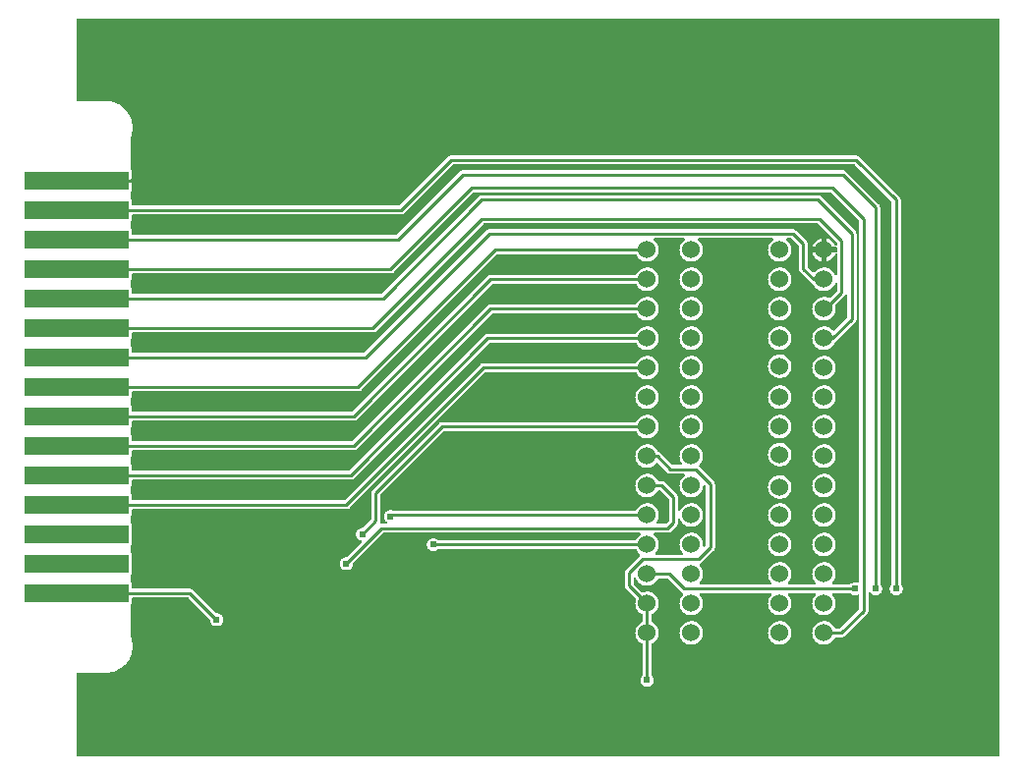
<source format=gbl>
G04 Layer: BottomLayer*
G04 EasyEDA v6.5.22, 2023-04-21 14:11:52*
G04 02b723c2ecb045abbe3cd18361d6b951,0d2cea57a9a8422ebbcee2df73fbc454,10*
G04 Gerber Generator version 0.2*
G04 Scale: 100 percent, Rotated: No, Reflected: No *
G04 Dimensions in millimeters *
G04 leading zeros omitted , absolute positions ,4 integer and 5 decimal *
%FSLAX45Y45*%
%MOMM*%

%ADD10C,0.2540*%
%ADD11R,9.0000X1.5240*%
%ADD12C,1.5240*%
%ADD13C,0.6096*%

%LPD*%
G36*
X1209954Y2908808D02*
G01*
X1206093Y2909570D01*
X1202791Y2911805D01*
X1200607Y2915056D01*
X1199794Y2918968D01*
X1199794Y2945841D01*
X1199083Y2952140D01*
X1197203Y2957626D01*
X1195374Y2960522D01*
X1194206Y2963113D01*
X1193800Y2965907D01*
X1193800Y3028492D01*
X1194206Y3031286D01*
X1195374Y3033877D01*
X1197203Y3036773D01*
X1199083Y3042259D01*
X1199794Y3048558D01*
X1199794Y3075432D01*
X1200607Y3079343D01*
X1202791Y3082594D01*
X1206093Y3084830D01*
X1209954Y3085592D01*
X3276092Y3085592D01*
X3284118Y3086404D01*
X3291332Y3088589D01*
X3298037Y3092145D01*
X3304235Y3097276D01*
X4229404Y4022394D01*
X4232706Y4024629D01*
X4236618Y4025392D01*
X7104481Y4025392D01*
X7108393Y4024629D01*
X7111695Y4022394D01*
X7273594Y3860495D01*
X7275830Y3857193D01*
X7276592Y3853281D01*
X7276592Y3839819D01*
X7275830Y3835958D01*
X7273645Y3832656D01*
X7270343Y3830472D01*
X7266482Y3829659D01*
X7262622Y3830421D01*
X7259320Y3832606D01*
X7257084Y3835857D01*
X7253935Y3843324D01*
X7246975Y3855059D01*
X7238492Y3865778D01*
X7228687Y3875278D01*
X7217714Y3883355D01*
X7205776Y3889908D01*
X7193025Y3894785D01*
X7187793Y3896055D01*
X7187793Y3822293D01*
X7266431Y3822293D01*
X7270343Y3821531D01*
X7273594Y3819296D01*
X7275830Y3816045D01*
X7276592Y3812133D01*
X7276592Y3782466D01*
X7275830Y3778554D01*
X7273594Y3775303D01*
X7270343Y3773068D01*
X7266431Y3772306D01*
X7187793Y3772306D01*
X7187793Y3698544D01*
X7193025Y3699814D01*
X7205776Y3704691D01*
X7217714Y3711244D01*
X7228687Y3719322D01*
X7238492Y3728821D01*
X7246975Y3739540D01*
X7253935Y3751275D01*
X7257084Y3758742D01*
X7259320Y3761994D01*
X7262622Y3764178D01*
X7266482Y3764940D01*
X7270343Y3764127D01*
X7273645Y3761943D01*
X7275830Y3758641D01*
X7276592Y3754780D01*
X7276592Y3585819D01*
X7275830Y3581958D01*
X7273645Y3578656D01*
X7270343Y3576472D01*
X7266482Y3575659D01*
X7262622Y3576421D01*
X7259320Y3578606D01*
X7257084Y3581857D01*
X7253935Y3589324D01*
X7246975Y3601059D01*
X7238492Y3611778D01*
X7228687Y3621278D01*
X7217714Y3629355D01*
X7205776Y3635908D01*
X7193025Y3640785D01*
X7179767Y3643985D01*
X7166203Y3645306D01*
X7152589Y3644849D01*
X7139127Y3642614D01*
X7126122Y3638550D01*
X7113727Y3632809D01*
X7102246Y3625494D01*
X7091832Y3616706D01*
X7082485Y3606292D01*
X7079284Y3603294D01*
X7075068Y3601923D01*
X7070648Y3602482D01*
X7066940Y3604869D01*
X7026605Y3645204D01*
X7024370Y3648506D01*
X7023608Y3652418D01*
X7023608Y3847592D01*
X7022795Y3855618D01*
X7020610Y3862832D01*
X7017054Y3869537D01*
X7011924Y3875735D01*
X6923735Y3963924D01*
X6917537Y3969054D01*
X6910831Y3972610D01*
X6903618Y3974795D01*
X6895592Y3975608D01*
X4280408Y3975608D01*
X4272381Y3974795D01*
X4265168Y3972610D01*
X4258462Y3969054D01*
X4252264Y3963924D01*
X3200095Y2911805D01*
X3196793Y2909570D01*
X3192881Y2908808D01*
G37*

%LPC*%
G36*
X7137806Y3698392D02*
G01*
X7137806Y3772306D01*
X7063943Y3772306D01*
X7064349Y3770325D01*
X7068820Y3757422D01*
X7074966Y3745280D01*
X7082688Y3734054D01*
X7091832Y3723894D01*
X7102246Y3715105D01*
X7113727Y3707790D01*
X7126122Y3702050D01*
G37*
G36*
X7063943Y3822293D02*
G01*
X7137806Y3822293D01*
X7137806Y3896207D01*
X7126122Y3892550D01*
X7113727Y3886809D01*
X7102246Y3879494D01*
X7091832Y3870706D01*
X7082688Y3860546D01*
X7074966Y3849319D01*
X7068820Y3837178D01*
X7064349Y3824274D01*
G37*

%LPD*%
G36*
X733958Y-570992D02*
G01*
X730097Y-570230D01*
X726795Y-567994D01*
X724560Y-564743D01*
X723798Y-560832D01*
X723798Y142138D01*
X724560Y145999D01*
X726795Y149301D01*
X730097Y151536D01*
X733958Y152298D01*
X977646Y152298D01*
X998931Y153365D01*
X1021080Y156565D01*
X1042873Y161950D01*
X1064006Y169418D01*
X1086866Y180289D01*
X1105966Y191973D01*
X1123848Y205486D01*
X1140307Y220675D01*
X1155242Y237388D01*
X1168450Y255524D01*
X1178458Y272237D01*
X1188161Y292455D01*
X1189278Y295148D01*
X1195832Y313537D01*
X1201978Y338074D01*
X1204823Y357378D01*
X1206042Y379730D01*
X1204823Y405028D01*
X1201978Y424332D01*
X1196695Y445973D01*
X1194308Y453085D01*
X1193800Y456285D01*
X1193800Y742492D01*
X1194206Y745286D01*
X1195374Y747877D01*
X1197203Y750773D01*
X1199083Y756259D01*
X1199794Y762558D01*
X1199794Y789432D01*
X1200607Y793343D01*
X1202791Y796594D01*
X1206093Y798830D01*
X1209954Y799592D01*
X1681581Y799592D01*
X1685493Y798830D01*
X1688795Y796594D01*
X1871268Y614121D01*
X1873300Y611225D01*
X1874215Y607822D01*
X1874926Y599795D01*
X1877466Y590346D01*
X1881581Y581406D01*
X1887220Y573379D01*
X1894179Y566420D01*
X1902206Y560781D01*
X1911146Y556666D01*
X1920595Y554126D01*
X1930400Y553262D01*
X1940204Y554126D01*
X1949653Y556666D01*
X1958593Y560781D01*
X1966620Y566420D01*
X1973580Y573379D01*
X1979218Y581406D01*
X1983333Y590346D01*
X1985873Y599795D01*
X1986737Y609600D01*
X1985873Y619404D01*
X1983333Y628853D01*
X1979218Y637794D01*
X1973580Y645820D01*
X1966620Y652780D01*
X1958593Y658418D01*
X1949653Y662533D01*
X1940204Y665073D01*
X1932178Y665784D01*
X1928774Y666699D01*
X1925878Y668731D01*
X1729435Y865124D01*
X1723237Y870254D01*
X1716532Y873810D01*
X1709318Y875995D01*
X1701292Y876808D01*
X1209954Y876808D01*
X1206093Y877569D01*
X1202791Y879805D01*
X1200607Y883056D01*
X1199794Y886968D01*
X1199794Y913841D01*
X1199083Y920140D01*
X1197203Y925626D01*
X1195374Y928522D01*
X1194206Y931113D01*
X1193800Y933907D01*
X1193800Y996492D01*
X1194206Y999286D01*
X1195374Y1001877D01*
X1197203Y1004773D01*
X1199083Y1010259D01*
X1199794Y1016558D01*
X1199794Y1167841D01*
X1199083Y1174140D01*
X1197203Y1179626D01*
X1195374Y1182522D01*
X1194206Y1185113D01*
X1193800Y1187907D01*
X1193800Y1250492D01*
X1194206Y1253286D01*
X1195374Y1255877D01*
X1197203Y1258773D01*
X1199083Y1264259D01*
X1199794Y1270558D01*
X1199794Y1421841D01*
X1199083Y1428140D01*
X1197203Y1433626D01*
X1195374Y1436522D01*
X1194206Y1439113D01*
X1193800Y1441907D01*
X1193800Y1504492D01*
X1194206Y1507286D01*
X1195374Y1509877D01*
X1197203Y1512773D01*
X1199083Y1518259D01*
X1199794Y1524558D01*
X1199794Y1551432D01*
X1200607Y1555343D01*
X1202791Y1558594D01*
X1206093Y1560830D01*
X1209954Y1561592D01*
X3047492Y1561592D01*
X3055518Y1562404D01*
X3062732Y1564589D01*
X3069437Y1568145D01*
X3075635Y1573276D01*
X4242104Y2739694D01*
X4245406Y2741930D01*
X4249318Y2742692D01*
X5537962Y2742692D01*
X5541568Y2742031D01*
X5544769Y2740050D01*
X5547004Y2737104D01*
X5550966Y2729280D01*
X5558688Y2718054D01*
X5567832Y2707894D01*
X5578246Y2699105D01*
X5589727Y2691790D01*
X5602122Y2686050D01*
X5615127Y2681986D01*
X5628589Y2679750D01*
X5642203Y2679293D01*
X5655767Y2680614D01*
X5669026Y2683814D01*
X5681776Y2688691D01*
X5693714Y2695244D01*
X5704687Y2703322D01*
X5714492Y2712821D01*
X5722975Y2723540D01*
X5729935Y2735275D01*
X5735218Y2747822D01*
X5738825Y2760980D01*
X5740654Y2774492D01*
X5740654Y2788107D01*
X5738825Y2801620D01*
X5735218Y2814777D01*
X5729935Y2827324D01*
X5722975Y2839059D01*
X5714492Y2849778D01*
X5704687Y2859278D01*
X5693714Y2867355D01*
X5681776Y2873908D01*
X5669026Y2878785D01*
X5655767Y2881985D01*
X5642203Y2883306D01*
X5628589Y2882849D01*
X5615127Y2880614D01*
X5602122Y2876550D01*
X5589727Y2870809D01*
X5578246Y2863494D01*
X5567832Y2854706D01*
X5558688Y2844546D01*
X5550966Y2833319D01*
X5547004Y2825496D01*
X5544769Y2822549D01*
X5541568Y2820568D01*
X5537962Y2819908D01*
X4229608Y2819908D01*
X4221581Y2819095D01*
X4214368Y2816910D01*
X4207662Y2813354D01*
X4201464Y2808224D01*
X3034995Y1641805D01*
X3031693Y1639570D01*
X3027781Y1638807D01*
X1209954Y1638807D01*
X1206093Y1639570D01*
X1202791Y1641805D01*
X1200607Y1645056D01*
X1199794Y1648968D01*
X1199794Y1675841D01*
X1199083Y1682140D01*
X1197203Y1687626D01*
X1195374Y1690522D01*
X1194206Y1693113D01*
X1193800Y1695907D01*
X1193800Y1758492D01*
X1194206Y1761286D01*
X1195374Y1763877D01*
X1197203Y1766773D01*
X1199083Y1772259D01*
X1199794Y1778558D01*
X1199794Y1805432D01*
X1200607Y1809343D01*
X1202791Y1812594D01*
X1206093Y1814830D01*
X1209954Y1815592D01*
X3085592Y1815592D01*
X3093618Y1816404D01*
X3100832Y1818589D01*
X3107537Y1822145D01*
X3113735Y1827275D01*
X4280204Y2993694D01*
X4283506Y2995930D01*
X4287418Y2996692D01*
X5537962Y2996692D01*
X5541568Y2996031D01*
X5544769Y2994050D01*
X5547004Y2991104D01*
X5550966Y2983280D01*
X5558688Y2972054D01*
X5567832Y2961894D01*
X5578246Y2953105D01*
X5589727Y2945790D01*
X5602122Y2940050D01*
X5615127Y2935986D01*
X5628589Y2933750D01*
X5642203Y2933293D01*
X5655767Y2934614D01*
X5669026Y2937814D01*
X5681776Y2942691D01*
X5693714Y2949244D01*
X5704687Y2957322D01*
X5714492Y2966821D01*
X5722975Y2977540D01*
X5729935Y2989275D01*
X5735218Y3001822D01*
X5738825Y3014980D01*
X5740654Y3028492D01*
X5740654Y3042107D01*
X5738825Y3055620D01*
X5735218Y3068777D01*
X5729935Y3081324D01*
X5722975Y3093059D01*
X5714492Y3103778D01*
X5704687Y3113278D01*
X5693714Y3121355D01*
X5681776Y3127908D01*
X5669026Y3132785D01*
X5655767Y3135985D01*
X5642203Y3137306D01*
X5628589Y3136849D01*
X5615127Y3134614D01*
X5602122Y3130550D01*
X5589727Y3124809D01*
X5578246Y3117494D01*
X5567832Y3108706D01*
X5558688Y3098546D01*
X5550966Y3087319D01*
X5547004Y3079496D01*
X5544769Y3076549D01*
X5541568Y3074568D01*
X5537962Y3073908D01*
X4267708Y3073908D01*
X4259681Y3073095D01*
X4252468Y3070910D01*
X4245762Y3067354D01*
X4239564Y3062224D01*
X3073095Y1895805D01*
X3069793Y1893570D01*
X3065881Y1892807D01*
X1209954Y1892807D01*
X1206093Y1893570D01*
X1202791Y1895805D01*
X1200607Y1899056D01*
X1199794Y1902968D01*
X1199794Y1929841D01*
X1199083Y1936140D01*
X1197203Y1941626D01*
X1195374Y1944522D01*
X1194206Y1947113D01*
X1193800Y1949907D01*
X1193800Y2012492D01*
X1194206Y2015286D01*
X1195374Y2017877D01*
X1197203Y2020773D01*
X1199083Y2026259D01*
X1199794Y2032558D01*
X1199794Y2059432D01*
X1200607Y2063343D01*
X1202791Y2066594D01*
X1206093Y2068830D01*
X1209954Y2069592D01*
X3110992Y2069592D01*
X3119018Y2070404D01*
X3126232Y2072589D01*
X3132937Y2076145D01*
X3139135Y2081275D01*
X4305604Y3247694D01*
X4308906Y3249930D01*
X4312818Y3250692D01*
X5537962Y3250692D01*
X5541568Y3250031D01*
X5544769Y3248050D01*
X5547004Y3245104D01*
X5550966Y3237280D01*
X5558688Y3226054D01*
X5567832Y3215894D01*
X5578246Y3207105D01*
X5589727Y3199790D01*
X5602122Y3194050D01*
X5615127Y3189986D01*
X5628589Y3187750D01*
X5642203Y3187293D01*
X5655767Y3188614D01*
X5669026Y3191814D01*
X5681776Y3196691D01*
X5693714Y3203244D01*
X5704687Y3211322D01*
X5714492Y3220821D01*
X5722975Y3231540D01*
X5729935Y3243275D01*
X5735218Y3255822D01*
X5738825Y3268979D01*
X5740654Y3282492D01*
X5740654Y3296107D01*
X5738825Y3309620D01*
X5735218Y3322777D01*
X5729935Y3335324D01*
X5722975Y3347059D01*
X5714492Y3357778D01*
X5704687Y3367278D01*
X5693714Y3375355D01*
X5681776Y3381908D01*
X5669026Y3386785D01*
X5655767Y3389985D01*
X5642203Y3391306D01*
X5628589Y3390849D01*
X5615127Y3388614D01*
X5602122Y3384550D01*
X5589727Y3378809D01*
X5578246Y3371494D01*
X5567832Y3362706D01*
X5558688Y3352546D01*
X5550966Y3341319D01*
X5547004Y3333496D01*
X5544769Y3330549D01*
X5541568Y3328568D01*
X5537962Y3327908D01*
X4293108Y3327908D01*
X4285081Y3327095D01*
X4277868Y3324910D01*
X4271162Y3321354D01*
X4264964Y3316224D01*
X3098495Y2149805D01*
X3095193Y2147570D01*
X3091281Y2146808D01*
X1209954Y2146808D01*
X1206093Y2147570D01*
X1202791Y2149805D01*
X1200607Y2153056D01*
X1199794Y2156968D01*
X1199794Y2183841D01*
X1199083Y2190140D01*
X1197203Y2195626D01*
X1195374Y2198522D01*
X1194206Y2201113D01*
X1193800Y2203907D01*
X1193800Y2266492D01*
X1194206Y2269286D01*
X1195374Y2271877D01*
X1197203Y2274773D01*
X1199083Y2280259D01*
X1199794Y2286558D01*
X1199794Y2313432D01*
X1200607Y2317343D01*
X1202791Y2320594D01*
X1206093Y2322830D01*
X1209954Y2323592D01*
X3110992Y2323592D01*
X3119018Y2324404D01*
X3126232Y2326589D01*
X3132937Y2330145D01*
X3139135Y2335276D01*
X4305604Y3501694D01*
X4308906Y3503929D01*
X4312818Y3504692D01*
X5537962Y3504692D01*
X5541568Y3504031D01*
X5544769Y3502050D01*
X5547004Y3499104D01*
X5550966Y3491280D01*
X5558688Y3480054D01*
X5567832Y3469894D01*
X5578246Y3461105D01*
X5589727Y3453790D01*
X5602122Y3448050D01*
X5615127Y3443986D01*
X5628589Y3441750D01*
X5642203Y3441293D01*
X5655767Y3442614D01*
X5669026Y3445814D01*
X5681776Y3450691D01*
X5693714Y3457244D01*
X5704687Y3465322D01*
X5714492Y3474821D01*
X5722975Y3485540D01*
X5729935Y3497275D01*
X5735218Y3509822D01*
X5738825Y3522979D01*
X5740654Y3536492D01*
X5740654Y3550107D01*
X5738825Y3563620D01*
X5735218Y3576777D01*
X5729935Y3589324D01*
X5722975Y3601059D01*
X5714492Y3611778D01*
X5704687Y3621278D01*
X5693714Y3629355D01*
X5681776Y3635908D01*
X5669026Y3640785D01*
X5655767Y3643985D01*
X5642203Y3645306D01*
X5628589Y3644849D01*
X5615127Y3642614D01*
X5602122Y3638550D01*
X5589727Y3632809D01*
X5578246Y3625494D01*
X5567832Y3616706D01*
X5558688Y3606546D01*
X5550966Y3595319D01*
X5547004Y3587496D01*
X5544769Y3584549D01*
X5541568Y3582568D01*
X5537962Y3581908D01*
X4293108Y3581908D01*
X4285081Y3581095D01*
X4277868Y3578910D01*
X4271162Y3575354D01*
X4264964Y3570224D01*
X3098495Y2403805D01*
X3095193Y2401570D01*
X3091281Y2400808D01*
X1209954Y2400808D01*
X1206093Y2401570D01*
X1202791Y2403805D01*
X1200607Y2407056D01*
X1199794Y2410968D01*
X1199794Y2437841D01*
X1199083Y2444140D01*
X1197203Y2449626D01*
X1195374Y2452522D01*
X1194206Y2455113D01*
X1193800Y2457907D01*
X1193800Y2520492D01*
X1194206Y2523286D01*
X1195374Y2525877D01*
X1197203Y2528773D01*
X1199083Y2534259D01*
X1199794Y2540558D01*
X1199794Y2567432D01*
X1200607Y2571343D01*
X1202791Y2574594D01*
X1206093Y2576830D01*
X1209954Y2577592D01*
X3149092Y2577592D01*
X3157118Y2578404D01*
X3164332Y2580589D01*
X3171037Y2584145D01*
X3177235Y2589276D01*
X4343704Y3755694D01*
X4347006Y3757929D01*
X4350918Y3758692D01*
X5537962Y3758692D01*
X5541568Y3758031D01*
X5544769Y3756050D01*
X5547004Y3753104D01*
X5550966Y3745280D01*
X5558688Y3734054D01*
X5567832Y3723894D01*
X5578246Y3715105D01*
X5589727Y3707790D01*
X5602122Y3702050D01*
X5615127Y3697986D01*
X5628589Y3695750D01*
X5642203Y3695293D01*
X5655767Y3696614D01*
X5669026Y3699814D01*
X5681776Y3704691D01*
X5693714Y3711244D01*
X5704687Y3719322D01*
X5714492Y3728821D01*
X5722975Y3739540D01*
X5729935Y3751275D01*
X5735218Y3763822D01*
X5738825Y3776979D01*
X5740654Y3790492D01*
X5740654Y3804107D01*
X5738825Y3817620D01*
X5735218Y3830777D01*
X5729935Y3843324D01*
X5722975Y3855059D01*
X5714492Y3865778D01*
X5704687Y3875278D01*
X5698185Y3880053D01*
X5695391Y3883202D01*
X5694121Y3887215D01*
X5694578Y3891381D01*
X5696712Y3895039D01*
X5700115Y3897528D01*
X5704230Y3898392D01*
X5954064Y3898392D01*
X5958281Y3897477D01*
X5961735Y3894886D01*
X5963818Y3891076D01*
X5964123Y3886758D01*
X5962599Y3882694D01*
X5959246Y3879494D01*
X5948832Y3870706D01*
X5939688Y3860546D01*
X5931966Y3849319D01*
X5925820Y3837178D01*
X5921349Y3824274D01*
X5918606Y3810914D01*
X5917692Y3797300D01*
X5918606Y3783685D01*
X5921349Y3770325D01*
X5925820Y3757422D01*
X5931966Y3745280D01*
X5939688Y3734054D01*
X5948832Y3723894D01*
X5959246Y3715105D01*
X5970727Y3707790D01*
X5983122Y3702050D01*
X5996127Y3697986D01*
X6009589Y3695750D01*
X6023203Y3695293D01*
X6036767Y3696614D01*
X6050026Y3699814D01*
X6062776Y3704691D01*
X6074714Y3711244D01*
X6085687Y3719322D01*
X6095492Y3728821D01*
X6103975Y3739540D01*
X6110935Y3751275D01*
X6116218Y3763822D01*
X6119825Y3776979D01*
X6121654Y3790492D01*
X6121654Y3804107D01*
X6119825Y3817620D01*
X6116218Y3830777D01*
X6110935Y3843324D01*
X6103975Y3855059D01*
X6095492Y3865778D01*
X6085687Y3875278D01*
X6079185Y3880053D01*
X6076391Y3883202D01*
X6075121Y3887215D01*
X6075578Y3891381D01*
X6077712Y3895039D01*
X6081115Y3897528D01*
X6085230Y3898392D01*
X6716064Y3898392D01*
X6720281Y3897477D01*
X6723735Y3894886D01*
X6725818Y3891076D01*
X6726123Y3886758D01*
X6724599Y3882694D01*
X6721246Y3879494D01*
X6710832Y3870706D01*
X6701688Y3860546D01*
X6693966Y3849319D01*
X6687820Y3837178D01*
X6683349Y3824274D01*
X6680606Y3810914D01*
X6679692Y3797300D01*
X6680606Y3783685D01*
X6683349Y3770325D01*
X6687820Y3757422D01*
X6693966Y3745280D01*
X6701688Y3734054D01*
X6710832Y3723894D01*
X6721246Y3715105D01*
X6732727Y3707790D01*
X6745122Y3702050D01*
X6758127Y3697986D01*
X6771589Y3695750D01*
X6785203Y3695293D01*
X6798767Y3696614D01*
X6812025Y3699814D01*
X6824776Y3704691D01*
X6836714Y3711244D01*
X6847687Y3719322D01*
X6857492Y3728821D01*
X6865975Y3739540D01*
X6872935Y3751275D01*
X6878218Y3763822D01*
X6881825Y3776979D01*
X6883653Y3790492D01*
X6883653Y3804107D01*
X6881825Y3817620D01*
X6878218Y3830777D01*
X6872935Y3843324D01*
X6865975Y3855059D01*
X6857492Y3865778D01*
X6847687Y3875278D01*
X6841185Y3880053D01*
X6838391Y3883202D01*
X6837121Y3887215D01*
X6837578Y3891381D01*
X6839712Y3895039D01*
X6843115Y3897528D01*
X6847230Y3898392D01*
X6875881Y3898392D01*
X6879793Y3897629D01*
X6883095Y3895394D01*
X6943394Y3835095D01*
X6945630Y3831793D01*
X6946392Y3827881D01*
X6946392Y3632708D01*
X6947204Y3624681D01*
X6949389Y3617468D01*
X6952945Y3610762D01*
X6958075Y3604564D01*
X7046264Y3516376D01*
X7052462Y3511245D01*
X7059168Y3507689D01*
X7063892Y3506215D01*
X7067448Y3504285D01*
X7069988Y3501085D01*
X7074966Y3491280D01*
X7082688Y3480054D01*
X7091832Y3469894D01*
X7102246Y3461105D01*
X7113727Y3453790D01*
X7126122Y3448050D01*
X7139127Y3443986D01*
X7152589Y3441750D01*
X7166203Y3441293D01*
X7179767Y3442614D01*
X7193025Y3445814D01*
X7205776Y3450691D01*
X7217714Y3457244D01*
X7228687Y3465322D01*
X7238492Y3474821D01*
X7246975Y3485540D01*
X7253935Y3497275D01*
X7257084Y3504742D01*
X7259320Y3507994D01*
X7262622Y3510178D01*
X7266482Y3510940D01*
X7270343Y3510127D01*
X7273645Y3507943D01*
X7275830Y3504641D01*
X7276592Y3500780D01*
X7276592Y3449218D01*
X7275830Y3445306D01*
X7273594Y3442004D01*
X7216038Y3384397D01*
X7212787Y3382264D01*
X7209028Y3381451D01*
X7205167Y3382111D01*
X7193025Y3386785D01*
X7179767Y3389985D01*
X7166203Y3391306D01*
X7152589Y3390849D01*
X7139127Y3388614D01*
X7126122Y3384550D01*
X7113727Y3378809D01*
X7102246Y3371494D01*
X7091832Y3362706D01*
X7082688Y3352546D01*
X7074966Y3341319D01*
X7068820Y3329178D01*
X7064349Y3316274D01*
X7061606Y3302914D01*
X7060692Y3289300D01*
X7061606Y3275685D01*
X7064349Y3262325D01*
X7068820Y3249422D01*
X7074966Y3237280D01*
X7082688Y3226054D01*
X7091832Y3215894D01*
X7102246Y3207105D01*
X7113727Y3199790D01*
X7126122Y3194050D01*
X7139127Y3189986D01*
X7152589Y3187750D01*
X7166203Y3187293D01*
X7179767Y3188614D01*
X7193025Y3191814D01*
X7205776Y3196691D01*
X7217714Y3203244D01*
X7228687Y3211322D01*
X7238492Y3220821D01*
X7246975Y3231540D01*
X7253935Y3243275D01*
X7259218Y3255822D01*
X7262825Y3268979D01*
X7264653Y3282492D01*
X7264653Y3296107D01*
X7262825Y3309620D01*
X7261707Y3313684D01*
X7261402Y3317189D01*
X7262317Y3320643D01*
X7264349Y3323539D01*
X7342124Y3401364D01*
X7347458Y3407867D01*
X7350709Y3410458D01*
X7354671Y3411524D01*
X7358735Y3410965D01*
X7362291Y3408832D01*
X7364679Y3405428D01*
X7365492Y3401415D01*
X7365492Y3220618D01*
X7364730Y3216706D01*
X7362494Y3213404D01*
X7252868Y3103778D01*
X7249617Y3101594D01*
X7245756Y3100781D01*
X7241946Y3101543D01*
X7238644Y3103676D01*
X7228687Y3113278D01*
X7217714Y3121355D01*
X7205776Y3127908D01*
X7193025Y3132785D01*
X7179767Y3135985D01*
X7166203Y3137306D01*
X7152589Y3136849D01*
X7139127Y3134614D01*
X7126122Y3130550D01*
X7113727Y3124809D01*
X7102246Y3117494D01*
X7091832Y3108706D01*
X7082688Y3098546D01*
X7074966Y3087319D01*
X7068820Y3075178D01*
X7064349Y3062274D01*
X7061606Y3048914D01*
X7060692Y3035300D01*
X7061606Y3021685D01*
X7064349Y3008325D01*
X7068820Y2995422D01*
X7074966Y2983280D01*
X7082688Y2972054D01*
X7091832Y2961894D01*
X7102246Y2953105D01*
X7113727Y2945790D01*
X7126122Y2940050D01*
X7139127Y2935986D01*
X7152589Y2933750D01*
X7166203Y2933293D01*
X7179767Y2934614D01*
X7193025Y2937814D01*
X7205776Y2942691D01*
X7217714Y2949244D01*
X7228687Y2957322D01*
X7238492Y2966821D01*
X7246975Y2977540D01*
X7253935Y2989275D01*
X7258558Y3000197D01*
X7259777Y3002330D01*
X7261453Y3004108D01*
X7266635Y3008376D01*
X7431024Y3172764D01*
X7436154Y3178962D01*
X7439710Y3185668D01*
X7441895Y3192881D01*
X7442708Y3200908D01*
X7442708Y3936492D01*
X7441895Y3944518D01*
X7439710Y3951732D01*
X7436154Y3958437D01*
X7431024Y3964635D01*
X7139635Y4256024D01*
X7133437Y4261154D01*
X7126731Y4264710D01*
X7119518Y4266895D01*
X7111492Y4267708D01*
X4216908Y4267708D01*
X4208881Y4266895D01*
X4201668Y4264710D01*
X4194962Y4261154D01*
X4188764Y4256024D01*
X3352495Y3419805D01*
X3349193Y3417570D01*
X3345281Y3416808D01*
X1209954Y3416808D01*
X1206093Y3417570D01*
X1202791Y3419805D01*
X1200607Y3423056D01*
X1199794Y3426968D01*
X1199794Y3453841D01*
X1199083Y3460140D01*
X1197203Y3465626D01*
X1195374Y3468522D01*
X1194206Y3471113D01*
X1193800Y3473907D01*
X1193800Y3536492D01*
X1194206Y3539286D01*
X1195374Y3541877D01*
X1197203Y3544773D01*
X1199083Y3550259D01*
X1199794Y3556558D01*
X1199794Y3583432D01*
X1200607Y3587343D01*
X1202791Y3590594D01*
X1206093Y3592829D01*
X1209954Y3593592D01*
X3428492Y3593592D01*
X3436518Y3594404D01*
X3443732Y3596589D01*
X3450437Y3600145D01*
X3456635Y3605276D01*
X4140504Y4289094D01*
X4143806Y4291330D01*
X4147718Y4292092D01*
X7218781Y4292092D01*
X7222693Y4291330D01*
X7225995Y4289094D01*
X7464094Y4050995D01*
X7466330Y4047693D01*
X7467092Y4043781D01*
X7467092Y936650D01*
X7466279Y932687D01*
X7463993Y929335D01*
X7460589Y927150D01*
X7456576Y926490D01*
X7452614Y927455D01*
X7448753Y929233D01*
X7439304Y931773D01*
X7429500Y932637D01*
X7419695Y931773D01*
X7410246Y929233D01*
X7401306Y925118D01*
X7393279Y919480D01*
X7391704Y917905D01*
X7388402Y915669D01*
X7384491Y914908D01*
X7243064Y914908D01*
X7239101Y915669D01*
X7235799Y917905D01*
X7233615Y921258D01*
X7232903Y925169D01*
X7233716Y929081D01*
X7235952Y932383D01*
X7238492Y934821D01*
X7246975Y945540D01*
X7253935Y957275D01*
X7259218Y969822D01*
X7262825Y982980D01*
X7264653Y996492D01*
X7264653Y1010107D01*
X7262825Y1023619D01*
X7259218Y1036777D01*
X7253935Y1049324D01*
X7246975Y1061059D01*
X7238492Y1071778D01*
X7228687Y1081278D01*
X7217714Y1089355D01*
X7205776Y1095908D01*
X7193025Y1100785D01*
X7179767Y1103985D01*
X7166203Y1105306D01*
X7152589Y1104849D01*
X7139127Y1102614D01*
X7126122Y1098550D01*
X7113727Y1092809D01*
X7102246Y1085494D01*
X7091832Y1076706D01*
X7082688Y1066546D01*
X7074966Y1055319D01*
X7068820Y1043178D01*
X7064349Y1030274D01*
X7061606Y1016914D01*
X7060692Y1003300D01*
X7061606Y989685D01*
X7064349Y976325D01*
X7068820Y963421D01*
X7074966Y951280D01*
X7082688Y940053D01*
X7090054Y931875D01*
X7092035Y928573D01*
X7092696Y924712D01*
X7091781Y920953D01*
X7089597Y917752D01*
X7086346Y915669D01*
X7082536Y914908D01*
X6862064Y914908D01*
X6858101Y915669D01*
X6854799Y917905D01*
X6852615Y921258D01*
X6851903Y925169D01*
X6852716Y929081D01*
X6854952Y932383D01*
X6857492Y934821D01*
X6865975Y945540D01*
X6872935Y957275D01*
X6878218Y969822D01*
X6881825Y982980D01*
X6883653Y996492D01*
X6883653Y1010107D01*
X6881825Y1023619D01*
X6878218Y1036777D01*
X6872935Y1049324D01*
X6865975Y1061059D01*
X6857492Y1071778D01*
X6847687Y1081278D01*
X6836714Y1089355D01*
X6824776Y1095908D01*
X6812025Y1100785D01*
X6798767Y1103985D01*
X6785203Y1105306D01*
X6771589Y1104849D01*
X6758127Y1102614D01*
X6745122Y1098550D01*
X6732727Y1092809D01*
X6721246Y1085494D01*
X6710832Y1076706D01*
X6701688Y1066546D01*
X6693966Y1055319D01*
X6687820Y1043178D01*
X6683349Y1030274D01*
X6680606Y1016914D01*
X6679692Y1003300D01*
X6680606Y989685D01*
X6683349Y976325D01*
X6687820Y963421D01*
X6693966Y951280D01*
X6701688Y940053D01*
X6709054Y931875D01*
X6711035Y928573D01*
X6711696Y924712D01*
X6710781Y920953D01*
X6708597Y917752D01*
X6705346Y915669D01*
X6701536Y914908D01*
X6100064Y914908D01*
X6096101Y915669D01*
X6092799Y917905D01*
X6090615Y921258D01*
X6089904Y925169D01*
X6090716Y929081D01*
X6092952Y932383D01*
X6095492Y934821D01*
X6103975Y945540D01*
X6110935Y957275D01*
X6116218Y969822D01*
X6119825Y982980D01*
X6121654Y996492D01*
X6121654Y1010107D01*
X6119825Y1023619D01*
X6116218Y1036777D01*
X6110935Y1049324D01*
X6103975Y1061059D01*
X6095492Y1071778D01*
X6090513Y1076604D01*
X6088176Y1080109D01*
X6087414Y1084224D01*
X6088430Y1088288D01*
X6090970Y1091641D01*
X6094628Y1093622D01*
X6098032Y1094689D01*
X6104737Y1098245D01*
X6110935Y1103376D01*
X6211824Y1204264D01*
X6216954Y1210462D01*
X6220510Y1217168D01*
X6222695Y1224381D01*
X6223508Y1232408D01*
X6223508Y1777492D01*
X6222695Y1785518D01*
X6220510Y1792732D01*
X6216954Y1799437D01*
X6211824Y1805635D01*
X6088176Y1929333D01*
X6085941Y1932686D01*
X6085179Y1936597D01*
X6085992Y1940509D01*
X6088278Y1943811D01*
X6095492Y1950821D01*
X6103975Y1961540D01*
X6110935Y1973275D01*
X6116218Y1985822D01*
X6119825Y1998980D01*
X6121654Y2012492D01*
X6121654Y2026107D01*
X6119825Y2039620D01*
X6116218Y2052777D01*
X6110935Y2065324D01*
X6103975Y2077059D01*
X6095492Y2087778D01*
X6085687Y2097278D01*
X6074714Y2105355D01*
X6062776Y2111908D01*
X6050026Y2116785D01*
X6036767Y2119985D01*
X6023203Y2121306D01*
X6009589Y2120849D01*
X5996127Y2118614D01*
X5983122Y2114550D01*
X5970727Y2108809D01*
X5959246Y2101494D01*
X5948832Y2092706D01*
X5939688Y2082546D01*
X5931966Y2071319D01*
X5925820Y2059178D01*
X5921349Y2046274D01*
X5918606Y2032914D01*
X5917692Y2019300D01*
X5918606Y2005685D01*
X5921349Y1992325D01*
X5925820Y1979422D01*
X5931966Y1967280D01*
X5937300Y1959508D01*
X5938926Y1955444D01*
X5938723Y1951075D01*
X5936691Y1947214D01*
X5933186Y1944573D01*
X5928918Y1943607D01*
X5862218Y1943607D01*
X5858306Y1944370D01*
X5855004Y1946605D01*
X5755335Y2046224D01*
X5749137Y2051354D01*
X5742432Y2054910D01*
X5737656Y2056384D01*
X5733846Y2058517D01*
X5731256Y2062124D01*
X5729935Y2065324D01*
X5722975Y2077059D01*
X5714492Y2087778D01*
X5704687Y2097278D01*
X5693714Y2105355D01*
X5681776Y2111908D01*
X5669026Y2116785D01*
X5655767Y2119985D01*
X5642203Y2121306D01*
X5628589Y2120849D01*
X5615127Y2118614D01*
X5602122Y2114550D01*
X5589727Y2108809D01*
X5578246Y2101494D01*
X5567832Y2092706D01*
X5558688Y2082546D01*
X5550966Y2071319D01*
X5544820Y2059178D01*
X5540349Y2046274D01*
X5537606Y2032914D01*
X5536692Y2019300D01*
X5537606Y2005685D01*
X5540349Y1992325D01*
X5544820Y1979422D01*
X5550966Y1967280D01*
X5558688Y1956054D01*
X5567832Y1945893D01*
X5578246Y1937105D01*
X5589727Y1929790D01*
X5602122Y1924050D01*
X5615127Y1919986D01*
X5628589Y1917750D01*
X5642203Y1917293D01*
X5655767Y1918614D01*
X5669026Y1921814D01*
X5681776Y1926691D01*
X5693714Y1933244D01*
X5704687Y1941322D01*
X5714492Y1950821D01*
X5719368Y1956968D01*
X5722670Y1959711D01*
X5726734Y1960829D01*
X5730951Y1960168D01*
X5734507Y1957882D01*
X5814364Y1878075D01*
X5820562Y1872945D01*
X5827268Y1869389D01*
X5834481Y1867204D01*
X5842508Y1866392D01*
X5954064Y1866392D01*
X5958281Y1865477D01*
X5961735Y1862886D01*
X5963818Y1859076D01*
X5964123Y1854758D01*
X5962599Y1850694D01*
X5959246Y1847494D01*
X5948832Y1838706D01*
X5939688Y1828546D01*
X5931966Y1817319D01*
X5925820Y1805178D01*
X5921349Y1792274D01*
X5918606Y1778914D01*
X5917692Y1765300D01*
X5918606Y1751685D01*
X5921349Y1738325D01*
X5925820Y1725422D01*
X5931966Y1713280D01*
X5939688Y1702054D01*
X5948832Y1691893D01*
X5959246Y1683105D01*
X5970727Y1675790D01*
X5983122Y1670050D01*
X5996127Y1665986D01*
X6009589Y1663750D01*
X6023203Y1663293D01*
X6036767Y1664614D01*
X6050026Y1667814D01*
X6062776Y1672691D01*
X6074714Y1679244D01*
X6085687Y1687322D01*
X6095492Y1696821D01*
X6103975Y1707540D01*
X6110935Y1719275D01*
X6116218Y1731822D01*
X6119825Y1744980D01*
X6121654Y1758492D01*
X6121654Y1762099D01*
X6122416Y1766011D01*
X6124651Y1769313D01*
X6127953Y1771497D01*
X6131814Y1772259D01*
X6135725Y1771497D01*
X6138976Y1769313D01*
X6143294Y1764995D01*
X6145530Y1761693D01*
X6146292Y1757781D01*
X6146292Y1252118D01*
X6145530Y1248206D01*
X6143294Y1244904D01*
X6138672Y1240282D01*
X6135166Y1237996D01*
X6131052Y1237335D01*
X6126988Y1238351D01*
X6123686Y1240942D01*
X6121755Y1244650D01*
X6121450Y1248816D01*
X6121654Y1250492D01*
X6121654Y1264107D01*
X6119825Y1277620D01*
X6116218Y1290777D01*
X6110935Y1303324D01*
X6103975Y1315059D01*
X6095492Y1325778D01*
X6085687Y1335278D01*
X6074714Y1343355D01*
X6062776Y1349908D01*
X6050026Y1354785D01*
X6036767Y1357985D01*
X6023203Y1359306D01*
X6009589Y1358849D01*
X5996127Y1356614D01*
X5983122Y1352550D01*
X5970727Y1346809D01*
X5959246Y1339494D01*
X5948832Y1330706D01*
X5939688Y1320546D01*
X5931966Y1309319D01*
X5925820Y1297178D01*
X5921349Y1284274D01*
X5918606Y1270914D01*
X5917692Y1257300D01*
X5918606Y1243685D01*
X5921349Y1230325D01*
X5925820Y1217422D01*
X5931966Y1205280D01*
X5939688Y1194054D01*
X5947054Y1185875D01*
X5949035Y1182573D01*
X5949696Y1178712D01*
X5948781Y1174953D01*
X5946597Y1171752D01*
X5943346Y1169670D01*
X5939536Y1168908D01*
X5719064Y1168908D01*
X5715101Y1169670D01*
X5711799Y1171905D01*
X5709615Y1175258D01*
X5708904Y1179169D01*
X5709716Y1183081D01*
X5711952Y1186383D01*
X5714492Y1188821D01*
X5722975Y1199540D01*
X5729935Y1211275D01*
X5735218Y1223822D01*
X5738825Y1236980D01*
X5740654Y1250492D01*
X5740654Y1264107D01*
X5738825Y1277620D01*
X5735218Y1290777D01*
X5729935Y1303324D01*
X5722975Y1315059D01*
X5714492Y1325778D01*
X5704687Y1335278D01*
X5698185Y1340053D01*
X5695391Y1343202D01*
X5694121Y1347216D01*
X5694578Y1351381D01*
X5696712Y1355039D01*
X5700115Y1357528D01*
X5704230Y1358392D01*
X5816092Y1358392D01*
X5824118Y1359204D01*
X5831332Y1361389D01*
X5838037Y1364945D01*
X5844235Y1370076D01*
X5894324Y1420164D01*
X5899454Y1426362D01*
X5903010Y1433068D01*
X5905195Y1440281D01*
X5906008Y1448308D01*
X5906008Y1468272D01*
X5906820Y1472234D01*
X5909106Y1475536D01*
X5912510Y1477721D01*
X5916523Y1478432D01*
X5920435Y1477467D01*
X5923686Y1475079D01*
X5925820Y1471422D01*
X5931966Y1459280D01*
X5939688Y1448054D01*
X5948832Y1437894D01*
X5959246Y1429105D01*
X5970727Y1421790D01*
X5983122Y1416050D01*
X5996127Y1411986D01*
X6009589Y1409750D01*
X6023203Y1409293D01*
X6036767Y1410614D01*
X6050026Y1413814D01*
X6062776Y1418691D01*
X6074714Y1425244D01*
X6085687Y1433322D01*
X6095492Y1442821D01*
X6103975Y1453540D01*
X6110935Y1465275D01*
X6116218Y1477822D01*
X6119825Y1490980D01*
X6121654Y1504492D01*
X6121654Y1518107D01*
X6119825Y1531620D01*
X6116218Y1544777D01*
X6110935Y1557324D01*
X6103975Y1569059D01*
X6095492Y1579778D01*
X6085687Y1589278D01*
X6074714Y1597355D01*
X6062776Y1603908D01*
X6050026Y1608785D01*
X6036767Y1611985D01*
X6023203Y1613306D01*
X6009589Y1612849D01*
X5996127Y1610614D01*
X5983122Y1606550D01*
X5970727Y1600809D01*
X5959246Y1593494D01*
X5948832Y1584706D01*
X5939688Y1574546D01*
X5931966Y1563319D01*
X5925769Y1551025D01*
X5923686Y1547520D01*
X5920435Y1545132D01*
X5916523Y1544167D01*
X5912510Y1544878D01*
X5909106Y1547063D01*
X5906820Y1550365D01*
X5906008Y1554327D01*
X5906008Y1663192D01*
X5905195Y1671218D01*
X5903010Y1678432D01*
X5899454Y1685137D01*
X5894324Y1691335D01*
X5793435Y1792224D01*
X5787237Y1797354D01*
X5780532Y1800910D01*
X5773318Y1803095D01*
X5765292Y1803907D01*
X5739790Y1803907D01*
X5735929Y1804670D01*
X5732627Y1806854D01*
X5722975Y1823059D01*
X5714492Y1833778D01*
X5704687Y1843278D01*
X5693714Y1851355D01*
X5681776Y1857908D01*
X5669026Y1862785D01*
X5655767Y1865985D01*
X5642203Y1867306D01*
X5628589Y1866849D01*
X5615127Y1864614D01*
X5602122Y1860550D01*
X5589727Y1854809D01*
X5578246Y1847494D01*
X5567832Y1838706D01*
X5558688Y1828546D01*
X5550966Y1817319D01*
X5544820Y1805178D01*
X5540349Y1792274D01*
X5537606Y1778914D01*
X5536692Y1765300D01*
X5537606Y1751685D01*
X5540349Y1738325D01*
X5544820Y1725422D01*
X5550966Y1713280D01*
X5558688Y1702054D01*
X5567832Y1691893D01*
X5578246Y1683105D01*
X5589727Y1675790D01*
X5602122Y1670050D01*
X5615127Y1665986D01*
X5628589Y1663750D01*
X5642203Y1663293D01*
X5655767Y1664614D01*
X5669026Y1667814D01*
X5681776Y1672691D01*
X5693714Y1679244D01*
X5704687Y1687322D01*
X5714492Y1696821D01*
X5722975Y1707540D01*
X5732627Y1723745D01*
X5735929Y1725930D01*
X5739790Y1726692D01*
X5745581Y1726692D01*
X5749493Y1725930D01*
X5752795Y1723694D01*
X5825794Y1650695D01*
X5828030Y1647393D01*
X5828792Y1643481D01*
X5828792Y1468018D01*
X5828030Y1464106D01*
X5825794Y1460804D01*
X5803595Y1438605D01*
X5800293Y1436370D01*
X5796381Y1435608D01*
X5729782Y1435608D01*
X5725363Y1436624D01*
X5721858Y1439418D01*
X5719876Y1443482D01*
X5719876Y1448003D01*
X5721807Y1452067D01*
X5722975Y1453540D01*
X5729935Y1465275D01*
X5735218Y1477822D01*
X5738825Y1490980D01*
X5740654Y1504492D01*
X5740654Y1518107D01*
X5738825Y1531620D01*
X5735218Y1544777D01*
X5729935Y1557324D01*
X5722975Y1569059D01*
X5714492Y1579778D01*
X5704687Y1589278D01*
X5693714Y1597355D01*
X5681776Y1603908D01*
X5669026Y1608785D01*
X5655767Y1611985D01*
X5642203Y1613306D01*
X5628589Y1612849D01*
X5615127Y1610614D01*
X5602122Y1606550D01*
X5589727Y1600809D01*
X5578246Y1593494D01*
X5567832Y1584706D01*
X5558688Y1574546D01*
X5550966Y1563319D01*
X5547004Y1555496D01*
X5544769Y1552549D01*
X5541568Y1550568D01*
X5537962Y1549908D01*
X3454044Y1549908D01*
X3449777Y1550873D01*
X3448253Y1551533D01*
X3438804Y1554073D01*
X3429000Y1554937D01*
X3419195Y1554073D01*
X3409746Y1551533D01*
X3400806Y1547418D01*
X3392779Y1541780D01*
X3385820Y1534820D01*
X3380181Y1526794D01*
X3376066Y1517853D01*
X3373526Y1508404D01*
X3372662Y1498600D01*
X3373526Y1488795D01*
X3376066Y1479346D01*
X3380181Y1470406D01*
X3385820Y1462379D01*
X3392779Y1455420D01*
X3394710Y1454099D01*
X3397605Y1451000D01*
X3398977Y1446936D01*
X3398570Y1442720D01*
X3396437Y1439011D01*
X3393033Y1436522D01*
X3388868Y1435608D01*
X3353308Y1435608D01*
X3349091Y1435201D01*
X3345179Y1435608D01*
X3341674Y1437436D01*
X3339134Y1440535D01*
X3338017Y1444294D01*
X3338372Y1448257D01*
X3339795Y1452981D01*
X3340608Y1461008D01*
X3340608Y1681581D01*
X3341370Y1685493D01*
X3343605Y1688795D01*
X3886504Y2231694D01*
X3889806Y2233930D01*
X3893718Y2234692D01*
X5537962Y2234692D01*
X5541568Y2234031D01*
X5544769Y2232050D01*
X5547004Y2229104D01*
X5550966Y2221280D01*
X5558688Y2210054D01*
X5567832Y2199894D01*
X5578246Y2191105D01*
X5589727Y2183790D01*
X5602122Y2178050D01*
X5615127Y2173986D01*
X5628589Y2171750D01*
X5642203Y2171293D01*
X5655767Y2172614D01*
X5669026Y2175814D01*
X5681776Y2180691D01*
X5693714Y2187244D01*
X5704687Y2195322D01*
X5714492Y2204821D01*
X5722975Y2215540D01*
X5729935Y2227275D01*
X5735218Y2239822D01*
X5738825Y2252980D01*
X5740654Y2266492D01*
X5740654Y2280107D01*
X5738825Y2293620D01*
X5735218Y2306777D01*
X5729935Y2319324D01*
X5722975Y2331059D01*
X5714492Y2341778D01*
X5704687Y2351278D01*
X5693714Y2359355D01*
X5681776Y2365908D01*
X5669026Y2370785D01*
X5655767Y2373985D01*
X5642203Y2375306D01*
X5628589Y2374849D01*
X5615127Y2372614D01*
X5602122Y2368550D01*
X5589727Y2362809D01*
X5578246Y2355494D01*
X5567832Y2346706D01*
X5558688Y2336546D01*
X5550966Y2325319D01*
X5547004Y2317496D01*
X5544769Y2314549D01*
X5541568Y2312568D01*
X5537962Y2311908D01*
X3874008Y2311908D01*
X3865981Y2311095D01*
X3858768Y2308910D01*
X3852062Y2305354D01*
X3845864Y2300224D01*
X3275076Y1729435D01*
X3269945Y1723237D01*
X3266389Y1716532D01*
X3264204Y1709318D01*
X3263392Y1701292D01*
X3263392Y1480718D01*
X3262629Y1476806D01*
X3260394Y1473504D01*
X3192221Y1405331D01*
X3189325Y1403299D01*
X3185922Y1402384D01*
X3177895Y1401673D01*
X3168446Y1399133D01*
X3159506Y1395018D01*
X3151479Y1389380D01*
X3144520Y1382420D01*
X3138881Y1374394D01*
X3134766Y1365453D01*
X3132226Y1356004D01*
X3131362Y1346200D01*
X3132226Y1336395D01*
X3134766Y1326946D01*
X3138881Y1318006D01*
X3144520Y1309979D01*
X3151479Y1303020D01*
X3159506Y1297381D01*
X3168446Y1293266D01*
X3171952Y1292301D01*
X3175711Y1290370D01*
X3178352Y1287119D01*
X3179470Y1283004D01*
X3178810Y1278839D01*
X3176524Y1275283D01*
X3052521Y1151331D01*
X3049625Y1149299D01*
X3046222Y1148384D01*
X3038195Y1147673D01*
X3028746Y1145133D01*
X3019806Y1141018D01*
X3011779Y1135380D01*
X3004820Y1128420D01*
X2999181Y1120394D01*
X2995066Y1111453D01*
X2992526Y1102004D01*
X2991662Y1092200D01*
X2992526Y1082395D01*
X2995066Y1072946D01*
X2999181Y1064006D01*
X3004820Y1055979D01*
X3011779Y1049020D01*
X3019806Y1043381D01*
X3028746Y1039266D01*
X3038195Y1036726D01*
X3048000Y1035862D01*
X3057804Y1036726D01*
X3067253Y1039266D01*
X3076194Y1043381D01*
X3084220Y1049020D01*
X3091180Y1055979D01*
X3096818Y1064006D01*
X3100933Y1072946D01*
X3103473Y1082395D01*
X3104184Y1090422D01*
X3105099Y1093825D01*
X3107131Y1096721D01*
X3365804Y1355394D01*
X3369106Y1357630D01*
X3373018Y1358392D01*
X5573064Y1358392D01*
X5577281Y1357477D01*
X5580735Y1354886D01*
X5582818Y1351076D01*
X5583123Y1346758D01*
X5581599Y1342694D01*
X5578246Y1339494D01*
X5567832Y1330706D01*
X5558688Y1320546D01*
X5550966Y1309319D01*
X5547004Y1301496D01*
X5544769Y1298549D01*
X5541568Y1296568D01*
X5537962Y1295908D01*
X3842308Y1295908D01*
X3838397Y1296670D01*
X3835095Y1298905D01*
X3833520Y1300480D01*
X3825494Y1306118D01*
X3816553Y1310233D01*
X3807104Y1312773D01*
X3797300Y1313637D01*
X3787495Y1312773D01*
X3778046Y1310233D01*
X3769106Y1306118D01*
X3761079Y1300480D01*
X3754120Y1293520D01*
X3748481Y1285494D01*
X3744366Y1276553D01*
X3741826Y1267104D01*
X3740962Y1257300D01*
X3741826Y1247495D01*
X3744366Y1238046D01*
X3748481Y1229106D01*
X3754120Y1221079D01*
X3761079Y1214120D01*
X3769106Y1208481D01*
X3778046Y1204366D01*
X3787495Y1201826D01*
X3797300Y1200962D01*
X3807104Y1201826D01*
X3816553Y1204366D01*
X3825494Y1208481D01*
X3833520Y1214120D01*
X3835095Y1215694D01*
X3838397Y1217930D01*
X3842308Y1218692D01*
X5537962Y1218692D01*
X5541568Y1218031D01*
X5544769Y1216050D01*
X5547004Y1213104D01*
X5550966Y1205280D01*
X5558688Y1194054D01*
X5567832Y1183894D01*
X5577078Y1176070D01*
X5579770Y1172565D01*
X5580684Y1168247D01*
X5579719Y1163929D01*
X5576976Y1160475D01*
X5573064Y1157224D01*
X5459476Y1043635D01*
X5454345Y1037437D01*
X5450789Y1030732D01*
X5448604Y1023518D01*
X5447792Y1015492D01*
X5447792Y902208D01*
X5448604Y894181D01*
X5450789Y886968D01*
X5454345Y880262D01*
X5459476Y874064D01*
X5540197Y793292D01*
X5542330Y790194D01*
X5543143Y786536D01*
X5542584Y782777D01*
X5540349Y776274D01*
X5537606Y762914D01*
X5536692Y749300D01*
X5537606Y735685D01*
X5540349Y722325D01*
X5544820Y709422D01*
X5550966Y697280D01*
X5558688Y686054D01*
X5567832Y675894D01*
X5578246Y667105D01*
X5589727Y659790D01*
X5594299Y657656D01*
X5597398Y655421D01*
X5599480Y652221D01*
X5600192Y648462D01*
X5600192Y596138D01*
X5599480Y592378D01*
X5597398Y589178D01*
X5594299Y586943D01*
X5589727Y584809D01*
X5578246Y577494D01*
X5567832Y568706D01*
X5558688Y558546D01*
X5550966Y547319D01*
X5544820Y535178D01*
X5540349Y522274D01*
X5537606Y508914D01*
X5536692Y495300D01*
X5537606Y481685D01*
X5540349Y468325D01*
X5544820Y455422D01*
X5550966Y443280D01*
X5558688Y432054D01*
X5567832Y421893D01*
X5578246Y413105D01*
X5589727Y405790D01*
X5594299Y403656D01*
X5597398Y401421D01*
X5599480Y398221D01*
X5600192Y394462D01*
X5600192Y133908D01*
X5599430Y129997D01*
X5597194Y126695D01*
X5595620Y125120D01*
X5589981Y117094D01*
X5585866Y108153D01*
X5583326Y98704D01*
X5582462Y88900D01*
X5583326Y79095D01*
X5585866Y69646D01*
X5589981Y60706D01*
X5595620Y52679D01*
X5602579Y45720D01*
X5610606Y40081D01*
X5619546Y35966D01*
X5628995Y33426D01*
X5638800Y32562D01*
X5648604Y33426D01*
X5658053Y35966D01*
X5666994Y40081D01*
X5675020Y45720D01*
X5681980Y52679D01*
X5687618Y60706D01*
X5691733Y69646D01*
X5694273Y79095D01*
X5695137Y88900D01*
X5694273Y98704D01*
X5691733Y108153D01*
X5687618Y117094D01*
X5681980Y125120D01*
X5680405Y126695D01*
X5678170Y129997D01*
X5677408Y133908D01*
X5677408Y394309D01*
X5678068Y397814D01*
X5679897Y400913D01*
X5682691Y403199D01*
X5693714Y409244D01*
X5704687Y417322D01*
X5714492Y426821D01*
X5722975Y437540D01*
X5729935Y449275D01*
X5735218Y461822D01*
X5738825Y474980D01*
X5740654Y488492D01*
X5740654Y502107D01*
X5738825Y515620D01*
X5735218Y528777D01*
X5729935Y541324D01*
X5722975Y553059D01*
X5714492Y563778D01*
X5704687Y573278D01*
X5693714Y581355D01*
X5682691Y587400D01*
X5679897Y589686D01*
X5678068Y592785D01*
X5677408Y596290D01*
X5677408Y648309D01*
X5678068Y651814D01*
X5679897Y654913D01*
X5682691Y657199D01*
X5693714Y663244D01*
X5704687Y671322D01*
X5714492Y680821D01*
X5722975Y691540D01*
X5729935Y703275D01*
X5735218Y715822D01*
X5738825Y728980D01*
X5740654Y742492D01*
X5740654Y756107D01*
X5738825Y769620D01*
X5735218Y782777D01*
X5729935Y795324D01*
X5722975Y807059D01*
X5714492Y817778D01*
X5704687Y827278D01*
X5693714Y835355D01*
X5681776Y841908D01*
X5669026Y846785D01*
X5655767Y849985D01*
X5642203Y851306D01*
X5628589Y850849D01*
X5615127Y848614D01*
X5604916Y845464D01*
X5601309Y845007D01*
X5597753Y845870D01*
X5594756Y847953D01*
X5528005Y914704D01*
X5525770Y918006D01*
X5525008Y921918D01*
X5525008Y960272D01*
X5525820Y964234D01*
X5528106Y967536D01*
X5531510Y969721D01*
X5535523Y970432D01*
X5539435Y969467D01*
X5542686Y967079D01*
X5544820Y963421D01*
X5550966Y951280D01*
X5558688Y940053D01*
X5567832Y929894D01*
X5578246Y921105D01*
X5589727Y913790D01*
X5602122Y908050D01*
X5615127Y903986D01*
X5628589Y901750D01*
X5642203Y901293D01*
X5655767Y902614D01*
X5669026Y905814D01*
X5681776Y910691D01*
X5693714Y917244D01*
X5704687Y925321D01*
X5714492Y934821D01*
X5722975Y945540D01*
X5732627Y961745D01*
X5735929Y963930D01*
X5739790Y964692D01*
X5809081Y964692D01*
X5812993Y963930D01*
X5816295Y961694D01*
X5928664Y849376D01*
X5934862Y844245D01*
X5941568Y840689D01*
X5944717Y839724D01*
X5948273Y837793D01*
X5950813Y834593D01*
X5951880Y830681D01*
X5951372Y826668D01*
X5949289Y823163D01*
X5939688Y812546D01*
X5931966Y801319D01*
X5925820Y789178D01*
X5921349Y776274D01*
X5918606Y762914D01*
X5917692Y749300D01*
X5918606Y735685D01*
X5921349Y722325D01*
X5925820Y709422D01*
X5931966Y697280D01*
X5939688Y686054D01*
X5948832Y675894D01*
X5959246Y667105D01*
X5970727Y659790D01*
X5983122Y654050D01*
X5996127Y649986D01*
X6009589Y647750D01*
X6023203Y647293D01*
X6036767Y648614D01*
X6050026Y651814D01*
X6062776Y656691D01*
X6074714Y663244D01*
X6085687Y671322D01*
X6095492Y680821D01*
X6103975Y691540D01*
X6110935Y703275D01*
X6116218Y715822D01*
X6119825Y728980D01*
X6121654Y742492D01*
X6121654Y756107D01*
X6119825Y769620D01*
X6116218Y782777D01*
X6110935Y795324D01*
X6103975Y807059D01*
X6095492Y817778D01*
X6092952Y820216D01*
X6090716Y823518D01*
X6089904Y827430D01*
X6090615Y831342D01*
X6092799Y834694D01*
X6096101Y836930D01*
X6100064Y837692D01*
X6701536Y837692D01*
X6705346Y836930D01*
X6708597Y834847D01*
X6710781Y831646D01*
X6711696Y827887D01*
X6711035Y824026D01*
X6709054Y820724D01*
X6701688Y812546D01*
X6693966Y801319D01*
X6687820Y789178D01*
X6683349Y776274D01*
X6680606Y762914D01*
X6679692Y749300D01*
X6680606Y735685D01*
X6683349Y722325D01*
X6687820Y709422D01*
X6693966Y697280D01*
X6701688Y686054D01*
X6710832Y675894D01*
X6721246Y667105D01*
X6732727Y659790D01*
X6745122Y654050D01*
X6758127Y649986D01*
X6771589Y647750D01*
X6785203Y647293D01*
X6798767Y648614D01*
X6812025Y651814D01*
X6824776Y656691D01*
X6836714Y663244D01*
X6847687Y671322D01*
X6857492Y680821D01*
X6865975Y691540D01*
X6872935Y703275D01*
X6878218Y715822D01*
X6881825Y728980D01*
X6883653Y742492D01*
X6883653Y756107D01*
X6881825Y769620D01*
X6878218Y782777D01*
X6872935Y795324D01*
X6865975Y807059D01*
X6857492Y817778D01*
X6854952Y820216D01*
X6852716Y823518D01*
X6851903Y827430D01*
X6852615Y831342D01*
X6854799Y834694D01*
X6858101Y836930D01*
X6862064Y837692D01*
X7082536Y837692D01*
X7086346Y836930D01*
X7089597Y834847D01*
X7091781Y831646D01*
X7092696Y827887D01*
X7092035Y824026D01*
X7090054Y820724D01*
X7082688Y812546D01*
X7074966Y801319D01*
X7068820Y789178D01*
X7064349Y776274D01*
X7061606Y762914D01*
X7060692Y749300D01*
X7061606Y735685D01*
X7064349Y722325D01*
X7068820Y709422D01*
X7074966Y697280D01*
X7082688Y686054D01*
X7091832Y675894D01*
X7102246Y667105D01*
X7113727Y659790D01*
X7126122Y654050D01*
X7139127Y649986D01*
X7152589Y647750D01*
X7166203Y647293D01*
X7179767Y648614D01*
X7193025Y651814D01*
X7205776Y656691D01*
X7217714Y663244D01*
X7228687Y671322D01*
X7238492Y680821D01*
X7246975Y691540D01*
X7253935Y703275D01*
X7259218Y715822D01*
X7262825Y728980D01*
X7264653Y742492D01*
X7264653Y756107D01*
X7262825Y769620D01*
X7259218Y782777D01*
X7253935Y795324D01*
X7246975Y807059D01*
X7238492Y817778D01*
X7235952Y820216D01*
X7233716Y823518D01*
X7232903Y827430D01*
X7233615Y831342D01*
X7235799Y834694D01*
X7239101Y836930D01*
X7243064Y837692D01*
X7384491Y837692D01*
X7388402Y836930D01*
X7391704Y834694D01*
X7393279Y833119D01*
X7401306Y827481D01*
X7410246Y823366D01*
X7419695Y820826D01*
X7429500Y819962D01*
X7439304Y820826D01*
X7448753Y823366D01*
X7452614Y825144D01*
X7456576Y826109D01*
X7460589Y825449D01*
X7463993Y823264D01*
X7466279Y819912D01*
X7467092Y815949D01*
X7467092Y706018D01*
X7466330Y702106D01*
X7464094Y698804D01*
X7302195Y536905D01*
X7298893Y534670D01*
X7294981Y533908D01*
X7263790Y533908D01*
X7259929Y534670D01*
X7256627Y536854D01*
X7246975Y553059D01*
X7238492Y563778D01*
X7228687Y573278D01*
X7217714Y581355D01*
X7205776Y587908D01*
X7193025Y592785D01*
X7179767Y595985D01*
X7166203Y597306D01*
X7152589Y596849D01*
X7139127Y594614D01*
X7126122Y590550D01*
X7113727Y584809D01*
X7102246Y577494D01*
X7091832Y568706D01*
X7082688Y558546D01*
X7074966Y547319D01*
X7068820Y535178D01*
X7064349Y522274D01*
X7061606Y508914D01*
X7060692Y495300D01*
X7061606Y481685D01*
X7064349Y468325D01*
X7068820Y455422D01*
X7074966Y443280D01*
X7082688Y432054D01*
X7091832Y421893D01*
X7102246Y413105D01*
X7113727Y405790D01*
X7126122Y400050D01*
X7139127Y395986D01*
X7152589Y393750D01*
X7166203Y393293D01*
X7179767Y394614D01*
X7193025Y397814D01*
X7205776Y402691D01*
X7217714Y409244D01*
X7228687Y417322D01*
X7238492Y426821D01*
X7246975Y437540D01*
X7256627Y453745D01*
X7259929Y455930D01*
X7263790Y456692D01*
X7314692Y456692D01*
X7322718Y457504D01*
X7329931Y459689D01*
X7336637Y463245D01*
X7342835Y468376D01*
X7532624Y658164D01*
X7537754Y664362D01*
X7541310Y671068D01*
X7543495Y678281D01*
X7544308Y686308D01*
X7544308Y836168D01*
X7545222Y840333D01*
X7547711Y843737D01*
X7551420Y845870D01*
X7555636Y846277D01*
X7559700Y844905D01*
X7562799Y842010D01*
X7564120Y840079D01*
X7571079Y833119D01*
X7579106Y827481D01*
X7588046Y823366D01*
X7597495Y820826D01*
X7607300Y819962D01*
X7617104Y820826D01*
X7626553Y823366D01*
X7635494Y827481D01*
X7643520Y833119D01*
X7650480Y840079D01*
X7656118Y848106D01*
X7660233Y857046D01*
X7662773Y866495D01*
X7663637Y876300D01*
X7662773Y886104D01*
X7660233Y895553D01*
X7656118Y904494D01*
X7650480Y912520D01*
X7648905Y914095D01*
X7646670Y917397D01*
X7645908Y921308D01*
X7645908Y4165092D01*
X7645095Y4173118D01*
X7642910Y4180332D01*
X7639354Y4187037D01*
X7634224Y4193235D01*
X7355535Y4471924D01*
X7349337Y4477054D01*
X7342631Y4480610D01*
X7335418Y4482795D01*
X7327392Y4483608D01*
X4051808Y4483608D01*
X4043781Y4482795D01*
X4036568Y4480610D01*
X4029862Y4477054D01*
X4023664Y4471924D01*
X3479495Y3927805D01*
X3476193Y3925570D01*
X3472281Y3924808D01*
X1209954Y3924808D01*
X1206093Y3925570D01*
X1202791Y3927805D01*
X1200607Y3931056D01*
X1199794Y3934968D01*
X1199794Y3961841D01*
X1199083Y3968140D01*
X1197203Y3973626D01*
X1195374Y3976522D01*
X1194206Y3979113D01*
X1193800Y3981907D01*
X1193800Y4044492D01*
X1194206Y4047286D01*
X1195374Y4049877D01*
X1197203Y4052773D01*
X1199083Y4058259D01*
X1199794Y4064558D01*
X1199794Y4091432D01*
X1200607Y4095343D01*
X1202791Y4098594D01*
X1206093Y4100829D01*
X1209954Y4101592D01*
X3517392Y4101592D01*
X3525418Y4102404D01*
X3532632Y4104589D01*
X3539337Y4108145D01*
X3545535Y4113276D01*
X3962704Y4530394D01*
X3966006Y4532630D01*
X3969918Y4533392D01*
X7421981Y4533392D01*
X7425893Y4532630D01*
X7429195Y4530394D01*
X7743494Y4216095D01*
X7745730Y4212793D01*
X7746492Y4208881D01*
X7746492Y921308D01*
X7745730Y917397D01*
X7743494Y914095D01*
X7741920Y912520D01*
X7736281Y904494D01*
X7732166Y895553D01*
X7729626Y886104D01*
X7728762Y876300D01*
X7729626Y866495D01*
X7732166Y857046D01*
X7736281Y848106D01*
X7741920Y840079D01*
X7748879Y833119D01*
X7756906Y827481D01*
X7765846Y823366D01*
X7775295Y820826D01*
X7785100Y819962D01*
X7794904Y820826D01*
X7804353Y823366D01*
X7813294Y827481D01*
X7821320Y833119D01*
X7828280Y840079D01*
X7833918Y848106D01*
X7838033Y857046D01*
X7840573Y866495D01*
X7841437Y876300D01*
X7840573Y886104D01*
X7838033Y895553D01*
X7833918Y904494D01*
X7828280Y912520D01*
X7826705Y914095D01*
X7824470Y917397D01*
X7823708Y921308D01*
X7823708Y4228592D01*
X7822895Y4236618D01*
X7820710Y4243832D01*
X7817154Y4250537D01*
X7812024Y4256735D01*
X7469835Y4598924D01*
X7463637Y4604054D01*
X7456931Y4607610D01*
X7449718Y4609795D01*
X7441692Y4610608D01*
X3950208Y4610608D01*
X3942181Y4609795D01*
X3934968Y4607610D01*
X3928262Y4604054D01*
X3922064Y4598924D01*
X3504895Y4181805D01*
X3501593Y4179570D01*
X3497681Y4178808D01*
X1209954Y4178808D01*
X1206093Y4179570D01*
X1202791Y4181805D01*
X1200607Y4185056D01*
X1199794Y4188968D01*
X1199794Y4215841D01*
X1199083Y4222140D01*
X1197203Y4227626D01*
X1195374Y4230522D01*
X1194206Y4233113D01*
X1193800Y4235907D01*
X1193800Y4298492D01*
X1194206Y4301286D01*
X1195374Y4303877D01*
X1197203Y4306773D01*
X1199083Y4312259D01*
X1199794Y4318558D01*
X1199794Y4370070D01*
X1196644Y4372305D01*
X1194562Y4375556D01*
X1193800Y4379366D01*
X1193800Y4409033D01*
X1194562Y4412843D01*
X1196644Y4416094D01*
X1199794Y4418330D01*
X1199794Y4469841D01*
X1199083Y4476140D01*
X1197203Y4481626D01*
X1195374Y4484522D01*
X1194206Y4487113D01*
X1193800Y4489907D01*
X1193800Y4776114D01*
X1194308Y4779314D01*
X1196695Y4786426D01*
X1201978Y4808067D01*
X1204823Y4827371D01*
X1206042Y4849723D01*
X1204823Y4875022D01*
X1201978Y4894326D01*
X1195832Y4918862D01*
X1189278Y4937252D01*
X1179830Y4957572D01*
X1178458Y4960162D01*
X1166825Y4979314D01*
X1153414Y4997246D01*
X1138275Y5013756D01*
X1123848Y5026914D01*
X1105966Y5040426D01*
X1086866Y5052110D01*
X1064006Y5062982D01*
X1042873Y5070449D01*
X1021080Y5075834D01*
X998931Y5079034D01*
X977646Y5080101D01*
X733958Y5080101D01*
X730097Y5080863D01*
X726795Y5083098D01*
X724560Y5086400D01*
X723798Y5090261D01*
X723798Y5405272D01*
X724408Y5410809D01*
X724408Y5780532D01*
X725170Y5784443D01*
X727405Y5787694D01*
X730656Y5789930D01*
X734568Y5790692D01*
X8663432Y5790692D01*
X8667343Y5789930D01*
X8670594Y5787694D01*
X8672830Y5784443D01*
X8673592Y5780532D01*
X8673592Y-560832D01*
X8672830Y-564743D01*
X8670594Y-567994D01*
X8667343Y-570230D01*
X8663432Y-570992D01*
G37*

%LPC*%
G36*
X6785203Y393293D02*
G01*
X6798767Y394614D01*
X6812025Y397814D01*
X6824776Y402691D01*
X6836714Y409244D01*
X6847687Y417322D01*
X6857492Y426821D01*
X6865975Y437540D01*
X6872935Y449275D01*
X6878218Y461822D01*
X6881825Y474980D01*
X6883653Y488492D01*
X6883653Y502107D01*
X6881825Y515620D01*
X6878218Y528777D01*
X6872935Y541324D01*
X6865975Y553059D01*
X6857492Y563778D01*
X6847687Y573278D01*
X6836714Y581355D01*
X6824776Y587908D01*
X6812025Y592785D01*
X6798767Y595985D01*
X6785203Y597306D01*
X6771589Y596849D01*
X6758127Y594614D01*
X6745122Y590550D01*
X6732727Y584809D01*
X6721246Y577494D01*
X6710832Y568706D01*
X6701688Y558546D01*
X6693966Y547319D01*
X6687820Y535178D01*
X6683349Y522274D01*
X6680606Y508914D01*
X6679692Y495300D01*
X6680606Y481685D01*
X6683349Y468325D01*
X6687820Y455422D01*
X6693966Y443280D01*
X6701688Y432054D01*
X6710832Y421893D01*
X6721246Y413105D01*
X6732727Y405790D01*
X6745122Y400050D01*
X6758127Y395986D01*
X6771589Y393750D01*
G37*
G36*
X6023203Y393293D02*
G01*
X6036767Y394614D01*
X6050026Y397814D01*
X6062776Y402691D01*
X6074714Y409244D01*
X6085687Y417322D01*
X6095492Y426821D01*
X6103975Y437540D01*
X6110935Y449275D01*
X6116218Y461822D01*
X6119825Y474980D01*
X6121654Y488492D01*
X6121654Y502107D01*
X6119825Y515620D01*
X6116218Y528777D01*
X6110935Y541324D01*
X6103975Y553059D01*
X6095492Y563778D01*
X6085687Y573278D01*
X6074714Y581355D01*
X6062776Y587908D01*
X6050026Y592785D01*
X6036767Y595985D01*
X6023203Y597306D01*
X6009589Y596849D01*
X5996127Y594614D01*
X5983122Y590550D01*
X5970727Y584809D01*
X5959246Y577494D01*
X5948832Y568706D01*
X5939688Y558546D01*
X5931966Y547319D01*
X5925820Y535178D01*
X5921349Y522274D01*
X5918606Y508914D01*
X5917692Y495300D01*
X5918606Y481685D01*
X5921349Y468325D01*
X5925820Y455422D01*
X5931966Y443280D01*
X5939688Y432054D01*
X5948832Y421893D01*
X5959246Y413105D01*
X5970727Y405790D01*
X5983122Y400050D01*
X5996127Y395986D01*
X6009589Y393750D01*
G37*
G36*
X7166203Y1155293D02*
G01*
X7179767Y1156614D01*
X7193025Y1159814D01*
X7205776Y1164691D01*
X7217714Y1171244D01*
X7228687Y1179322D01*
X7238492Y1188821D01*
X7246975Y1199540D01*
X7253935Y1211275D01*
X7259218Y1223822D01*
X7262825Y1236980D01*
X7264653Y1250492D01*
X7264653Y1264107D01*
X7262825Y1277620D01*
X7259218Y1290777D01*
X7253935Y1303324D01*
X7246975Y1315059D01*
X7238492Y1325778D01*
X7228687Y1335278D01*
X7217714Y1343355D01*
X7205776Y1349908D01*
X7193025Y1354785D01*
X7179767Y1357985D01*
X7166203Y1359306D01*
X7152589Y1358849D01*
X7139127Y1356614D01*
X7126122Y1352550D01*
X7113727Y1346809D01*
X7102246Y1339494D01*
X7091832Y1330706D01*
X7082688Y1320546D01*
X7074966Y1309319D01*
X7068820Y1297178D01*
X7064349Y1284274D01*
X7061606Y1270914D01*
X7060692Y1257300D01*
X7061606Y1243685D01*
X7064349Y1230325D01*
X7068820Y1217422D01*
X7074966Y1205280D01*
X7082688Y1194054D01*
X7091832Y1183894D01*
X7102246Y1175105D01*
X7113727Y1167790D01*
X7126122Y1162050D01*
X7139127Y1157986D01*
X7152589Y1155750D01*
G37*
G36*
X6785203Y1155293D02*
G01*
X6798767Y1156614D01*
X6812025Y1159814D01*
X6824776Y1164691D01*
X6836714Y1171244D01*
X6847687Y1179322D01*
X6857492Y1188821D01*
X6865975Y1199540D01*
X6872935Y1211275D01*
X6878218Y1223822D01*
X6881825Y1236980D01*
X6883653Y1250492D01*
X6883653Y1264107D01*
X6881825Y1277620D01*
X6878218Y1290777D01*
X6872935Y1303324D01*
X6865975Y1315059D01*
X6857492Y1325778D01*
X6847687Y1335278D01*
X6836714Y1343355D01*
X6824776Y1349908D01*
X6812025Y1354785D01*
X6798767Y1357985D01*
X6785203Y1359306D01*
X6771589Y1358849D01*
X6758127Y1356614D01*
X6745122Y1352550D01*
X6732727Y1346809D01*
X6721246Y1339494D01*
X6710832Y1330706D01*
X6701688Y1320546D01*
X6693966Y1309319D01*
X6687820Y1297178D01*
X6683349Y1284274D01*
X6680606Y1270914D01*
X6679692Y1257300D01*
X6680606Y1243685D01*
X6683349Y1230325D01*
X6687820Y1217422D01*
X6693966Y1205280D01*
X6701688Y1194054D01*
X6710832Y1183894D01*
X6721246Y1175105D01*
X6732727Y1167790D01*
X6745122Y1162050D01*
X6758127Y1157986D01*
X6771589Y1155750D01*
G37*
G36*
X7166203Y1409293D02*
G01*
X7179767Y1410614D01*
X7193025Y1413814D01*
X7205776Y1418691D01*
X7217714Y1425244D01*
X7228687Y1433322D01*
X7238492Y1442821D01*
X7246975Y1453540D01*
X7253935Y1465275D01*
X7259218Y1477822D01*
X7262825Y1490980D01*
X7264653Y1504492D01*
X7264653Y1518107D01*
X7262825Y1531620D01*
X7259218Y1544777D01*
X7253935Y1557324D01*
X7246975Y1569059D01*
X7238492Y1579778D01*
X7228687Y1589278D01*
X7217714Y1597355D01*
X7205776Y1603908D01*
X7193025Y1608785D01*
X7179767Y1611985D01*
X7166203Y1613306D01*
X7152589Y1612849D01*
X7139127Y1610614D01*
X7126122Y1606550D01*
X7113727Y1600809D01*
X7102246Y1593494D01*
X7091832Y1584706D01*
X7082688Y1574546D01*
X7074966Y1563319D01*
X7068820Y1551178D01*
X7064349Y1538274D01*
X7061606Y1524914D01*
X7060692Y1511300D01*
X7061606Y1497685D01*
X7064349Y1484325D01*
X7068820Y1471422D01*
X7074966Y1459280D01*
X7082688Y1448054D01*
X7091832Y1437894D01*
X7102246Y1429105D01*
X7113727Y1421790D01*
X7126122Y1416050D01*
X7139127Y1411986D01*
X7152589Y1409750D01*
G37*
G36*
X6785203Y1409293D02*
G01*
X6798767Y1410614D01*
X6812025Y1413814D01*
X6824776Y1418691D01*
X6836714Y1425244D01*
X6847687Y1433322D01*
X6857492Y1442821D01*
X6865975Y1453540D01*
X6872935Y1465275D01*
X6878218Y1477822D01*
X6881825Y1490980D01*
X6883653Y1504492D01*
X6883653Y1518107D01*
X6881825Y1531620D01*
X6878218Y1544777D01*
X6872935Y1557324D01*
X6865975Y1569059D01*
X6857492Y1579778D01*
X6847687Y1589278D01*
X6836714Y1597355D01*
X6824776Y1603908D01*
X6812025Y1608785D01*
X6798767Y1611985D01*
X6785203Y1613306D01*
X6771589Y1612849D01*
X6758127Y1610614D01*
X6745122Y1606550D01*
X6732727Y1600809D01*
X6721246Y1593494D01*
X6710832Y1584706D01*
X6701688Y1574546D01*
X6693966Y1563319D01*
X6687820Y1551178D01*
X6683349Y1538274D01*
X6680606Y1524914D01*
X6679692Y1511300D01*
X6680606Y1497685D01*
X6683349Y1484325D01*
X6687820Y1471422D01*
X6693966Y1459280D01*
X6701688Y1448054D01*
X6710832Y1437894D01*
X6721246Y1429105D01*
X6732727Y1421790D01*
X6745122Y1416050D01*
X6758127Y1411986D01*
X6771589Y1409750D01*
G37*
G36*
X6785203Y1650593D02*
G01*
X6798767Y1651914D01*
X6812025Y1655114D01*
X6824776Y1659991D01*
X6836714Y1666544D01*
X6847687Y1674622D01*
X6857492Y1684121D01*
X6865975Y1694840D01*
X6872935Y1706575D01*
X6878218Y1719122D01*
X6881825Y1732280D01*
X6883653Y1745792D01*
X6883653Y1759407D01*
X6881825Y1772920D01*
X6878218Y1786077D01*
X6872935Y1798624D01*
X6865975Y1810359D01*
X6857492Y1821078D01*
X6847687Y1830578D01*
X6836714Y1838655D01*
X6824776Y1845208D01*
X6812025Y1850085D01*
X6798767Y1853285D01*
X6785203Y1854606D01*
X6771589Y1854149D01*
X6758127Y1851914D01*
X6745122Y1847850D01*
X6732727Y1842109D01*
X6721246Y1834794D01*
X6710832Y1826006D01*
X6701688Y1815846D01*
X6693966Y1804619D01*
X6687820Y1792478D01*
X6683349Y1779574D01*
X6680606Y1766214D01*
X6679692Y1752600D01*
X6680606Y1738985D01*
X6683349Y1725625D01*
X6687820Y1712722D01*
X6693966Y1700580D01*
X6701688Y1689354D01*
X6710832Y1679193D01*
X6721246Y1670405D01*
X6732727Y1663090D01*
X6745122Y1657350D01*
X6758127Y1653286D01*
X6771589Y1651050D01*
G37*
G36*
X7166203Y1663293D02*
G01*
X7179767Y1664614D01*
X7193025Y1667814D01*
X7205776Y1672691D01*
X7217714Y1679244D01*
X7228687Y1687322D01*
X7238492Y1696821D01*
X7246975Y1707540D01*
X7253935Y1719275D01*
X7259218Y1731822D01*
X7262825Y1744980D01*
X7264653Y1758492D01*
X7264653Y1772107D01*
X7262825Y1785620D01*
X7259218Y1798777D01*
X7253935Y1811324D01*
X7246975Y1823059D01*
X7238492Y1833778D01*
X7228687Y1843278D01*
X7217714Y1851355D01*
X7205776Y1857908D01*
X7193025Y1862785D01*
X7179767Y1865985D01*
X7166203Y1867306D01*
X7152589Y1866849D01*
X7139127Y1864614D01*
X7126122Y1860550D01*
X7113727Y1854809D01*
X7102246Y1847494D01*
X7091832Y1838706D01*
X7082688Y1828546D01*
X7074966Y1817319D01*
X7068820Y1805178D01*
X7064349Y1792274D01*
X7061606Y1778914D01*
X7060692Y1765300D01*
X7061606Y1751685D01*
X7064349Y1738325D01*
X7068820Y1725422D01*
X7074966Y1713280D01*
X7082688Y1702054D01*
X7091832Y1691893D01*
X7102246Y1683105D01*
X7113727Y1675790D01*
X7126122Y1670050D01*
X7139127Y1665986D01*
X7152589Y1663750D01*
G37*
G36*
X7166203Y1917293D02*
G01*
X7179767Y1918614D01*
X7193025Y1921814D01*
X7205776Y1926691D01*
X7217714Y1933244D01*
X7228687Y1941322D01*
X7238492Y1950821D01*
X7246975Y1961540D01*
X7253935Y1973275D01*
X7259218Y1985822D01*
X7262825Y1998980D01*
X7264653Y2012492D01*
X7264653Y2026107D01*
X7262825Y2039620D01*
X7259218Y2052777D01*
X7253935Y2065324D01*
X7246975Y2077059D01*
X7238492Y2087778D01*
X7228687Y2097278D01*
X7217714Y2105355D01*
X7205776Y2111908D01*
X7193025Y2116785D01*
X7179767Y2119985D01*
X7166203Y2121306D01*
X7152589Y2120849D01*
X7139127Y2118614D01*
X7126122Y2114550D01*
X7113727Y2108809D01*
X7102246Y2101494D01*
X7091832Y2092706D01*
X7082688Y2082546D01*
X7074966Y2071319D01*
X7068820Y2059178D01*
X7064349Y2046274D01*
X7061606Y2032914D01*
X7060692Y2019300D01*
X7061606Y2005685D01*
X7064349Y1992325D01*
X7068820Y1979422D01*
X7074966Y1967280D01*
X7082688Y1956054D01*
X7091832Y1945893D01*
X7102246Y1937105D01*
X7113727Y1929790D01*
X7126122Y1924050D01*
X7139127Y1919986D01*
X7152589Y1917750D01*
G37*
G36*
X6785203Y1929993D02*
G01*
X6798767Y1931314D01*
X6812025Y1934514D01*
X6824776Y1939391D01*
X6836714Y1945944D01*
X6847687Y1954022D01*
X6857492Y1963521D01*
X6865975Y1974240D01*
X6872935Y1985975D01*
X6878218Y1998522D01*
X6881825Y2011680D01*
X6883653Y2025192D01*
X6883653Y2038807D01*
X6881825Y2052320D01*
X6878218Y2065477D01*
X6872935Y2078024D01*
X6865975Y2089759D01*
X6857492Y2100478D01*
X6847687Y2109978D01*
X6836714Y2118055D01*
X6824776Y2124608D01*
X6812025Y2129485D01*
X6798767Y2132685D01*
X6785203Y2134006D01*
X6771589Y2133549D01*
X6758127Y2131314D01*
X6745122Y2127250D01*
X6732727Y2121509D01*
X6721246Y2114194D01*
X6710832Y2105406D01*
X6701688Y2095246D01*
X6693966Y2084019D01*
X6687820Y2071878D01*
X6683349Y2058974D01*
X6680606Y2045614D01*
X6679692Y2032000D01*
X6680606Y2018385D01*
X6683349Y2005025D01*
X6687820Y1992122D01*
X6693966Y1979980D01*
X6701688Y1968754D01*
X6710832Y1958593D01*
X6721246Y1949805D01*
X6732727Y1942490D01*
X6745122Y1936750D01*
X6758127Y1932686D01*
X6771589Y1930450D01*
G37*
G36*
X6785203Y2171293D02*
G01*
X6798767Y2172614D01*
X6812025Y2175814D01*
X6824776Y2180691D01*
X6836714Y2187244D01*
X6847687Y2195322D01*
X6857492Y2204821D01*
X6865975Y2215540D01*
X6872935Y2227275D01*
X6878218Y2239822D01*
X6881825Y2252980D01*
X6883653Y2266492D01*
X6883653Y2280107D01*
X6881825Y2293620D01*
X6878218Y2306777D01*
X6872935Y2319324D01*
X6865975Y2331059D01*
X6857492Y2341778D01*
X6847687Y2351278D01*
X6836714Y2359355D01*
X6824776Y2365908D01*
X6812025Y2370785D01*
X6798767Y2373985D01*
X6785203Y2375306D01*
X6771589Y2374849D01*
X6758127Y2372614D01*
X6745122Y2368550D01*
X6732727Y2362809D01*
X6721246Y2355494D01*
X6710832Y2346706D01*
X6701688Y2336546D01*
X6693966Y2325319D01*
X6687820Y2313178D01*
X6683349Y2300274D01*
X6680606Y2286914D01*
X6679692Y2273300D01*
X6680606Y2259685D01*
X6683349Y2246325D01*
X6687820Y2233422D01*
X6693966Y2221280D01*
X6701688Y2210054D01*
X6710832Y2199894D01*
X6721246Y2191105D01*
X6732727Y2183790D01*
X6745122Y2178050D01*
X6758127Y2173986D01*
X6771589Y2171750D01*
G37*
G36*
X7166203Y2171293D02*
G01*
X7179767Y2172614D01*
X7193025Y2175814D01*
X7205776Y2180691D01*
X7217714Y2187244D01*
X7228687Y2195322D01*
X7238492Y2204821D01*
X7246975Y2215540D01*
X7253935Y2227275D01*
X7259218Y2239822D01*
X7262825Y2252980D01*
X7264653Y2266492D01*
X7264653Y2280107D01*
X7262825Y2293620D01*
X7259218Y2306777D01*
X7253935Y2319324D01*
X7246975Y2331059D01*
X7238492Y2341778D01*
X7228687Y2351278D01*
X7217714Y2359355D01*
X7205776Y2365908D01*
X7193025Y2370785D01*
X7179767Y2373985D01*
X7166203Y2375306D01*
X7152589Y2374849D01*
X7139127Y2372614D01*
X7126122Y2368550D01*
X7113727Y2362809D01*
X7102246Y2355494D01*
X7091832Y2346706D01*
X7082688Y2336546D01*
X7074966Y2325319D01*
X7068820Y2313178D01*
X7064349Y2300274D01*
X7061606Y2286914D01*
X7060692Y2273300D01*
X7061606Y2259685D01*
X7064349Y2246325D01*
X7068820Y2233422D01*
X7074966Y2221280D01*
X7082688Y2210054D01*
X7091832Y2199894D01*
X7102246Y2191105D01*
X7113727Y2183790D01*
X7126122Y2178050D01*
X7139127Y2173986D01*
X7152589Y2171750D01*
G37*
G36*
X6023203Y2171293D02*
G01*
X6036767Y2172614D01*
X6050026Y2175814D01*
X6062776Y2180691D01*
X6074714Y2187244D01*
X6085687Y2195322D01*
X6095492Y2204821D01*
X6103975Y2215540D01*
X6110935Y2227275D01*
X6116218Y2239822D01*
X6119825Y2252980D01*
X6121654Y2266492D01*
X6121654Y2280107D01*
X6119825Y2293620D01*
X6116218Y2306777D01*
X6110935Y2319324D01*
X6103975Y2331059D01*
X6095492Y2341778D01*
X6085687Y2351278D01*
X6074714Y2359355D01*
X6062776Y2365908D01*
X6050026Y2370785D01*
X6036767Y2373985D01*
X6023203Y2375306D01*
X6009589Y2374849D01*
X5996127Y2372614D01*
X5983122Y2368550D01*
X5970727Y2362809D01*
X5959246Y2355494D01*
X5948832Y2346706D01*
X5939688Y2336546D01*
X5931966Y2325319D01*
X5925820Y2313178D01*
X5921349Y2300274D01*
X5918606Y2286914D01*
X5917692Y2273300D01*
X5918606Y2259685D01*
X5921349Y2246325D01*
X5925820Y2233422D01*
X5931966Y2221280D01*
X5939688Y2210054D01*
X5948832Y2199894D01*
X5959246Y2191105D01*
X5970727Y2183790D01*
X5983122Y2178050D01*
X5996127Y2173986D01*
X6009589Y2171750D01*
G37*
G36*
X6785203Y2425293D02*
G01*
X6798767Y2426614D01*
X6812025Y2429814D01*
X6824776Y2434691D01*
X6836714Y2441244D01*
X6847687Y2449322D01*
X6857492Y2458821D01*
X6865975Y2469540D01*
X6872935Y2481275D01*
X6878218Y2493822D01*
X6881825Y2506980D01*
X6883653Y2520492D01*
X6883653Y2534107D01*
X6881825Y2547620D01*
X6878218Y2560777D01*
X6872935Y2573324D01*
X6865975Y2585059D01*
X6857492Y2595778D01*
X6847687Y2605278D01*
X6836714Y2613355D01*
X6824776Y2619908D01*
X6812025Y2624785D01*
X6798767Y2627985D01*
X6785203Y2629306D01*
X6771589Y2628849D01*
X6758127Y2626614D01*
X6745122Y2622550D01*
X6732727Y2616809D01*
X6721246Y2609494D01*
X6710832Y2600706D01*
X6701688Y2590546D01*
X6693966Y2579319D01*
X6687820Y2567178D01*
X6683349Y2554274D01*
X6680606Y2540914D01*
X6679692Y2527300D01*
X6680606Y2513685D01*
X6683349Y2500325D01*
X6687820Y2487422D01*
X6693966Y2475280D01*
X6701688Y2464054D01*
X6710832Y2453894D01*
X6721246Y2445105D01*
X6732727Y2437790D01*
X6745122Y2432050D01*
X6758127Y2427986D01*
X6771589Y2425750D01*
G37*
G36*
X6023203Y2425293D02*
G01*
X6036767Y2426614D01*
X6050026Y2429814D01*
X6062776Y2434691D01*
X6074714Y2441244D01*
X6085687Y2449322D01*
X6095492Y2458821D01*
X6103975Y2469540D01*
X6110935Y2481275D01*
X6116218Y2493822D01*
X6119825Y2506980D01*
X6121654Y2520492D01*
X6121654Y2534107D01*
X6119825Y2547620D01*
X6116218Y2560777D01*
X6110935Y2573324D01*
X6103975Y2585059D01*
X6095492Y2595778D01*
X6085687Y2605278D01*
X6074714Y2613355D01*
X6062776Y2619908D01*
X6050026Y2624785D01*
X6036767Y2627985D01*
X6023203Y2629306D01*
X6009589Y2628849D01*
X5996127Y2626614D01*
X5983122Y2622550D01*
X5970727Y2616809D01*
X5959246Y2609494D01*
X5948832Y2600706D01*
X5939688Y2590546D01*
X5931966Y2579319D01*
X5925820Y2567178D01*
X5921349Y2554274D01*
X5918606Y2540914D01*
X5917692Y2527300D01*
X5918606Y2513685D01*
X5921349Y2500325D01*
X5925820Y2487422D01*
X5931966Y2475280D01*
X5939688Y2464054D01*
X5948832Y2453894D01*
X5959246Y2445105D01*
X5970727Y2437790D01*
X5983122Y2432050D01*
X5996127Y2427986D01*
X6009589Y2425750D01*
G37*
G36*
X7166203Y2425293D02*
G01*
X7179767Y2426614D01*
X7193025Y2429814D01*
X7205776Y2434691D01*
X7217714Y2441244D01*
X7228687Y2449322D01*
X7238492Y2458821D01*
X7246975Y2469540D01*
X7253935Y2481275D01*
X7259218Y2493822D01*
X7262825Y2506980D01*
X7264653Y2520492D01*
X7264653Y2534107D01*
X7262825Y2547620D01*
X7259218Y2560777D01*
X7253935Y2573324D01*
X7246975Y2585059D01*
X7238492Y2595778D01*
X7228687Y2605278D01*
X7217714Y2613355D01*
X7205776Y2619908D01*
X7193025Y2624785D01*
X7179767Y2627985D01*
X7166203Y2629306D01*
X7152589Y2628849D01*
X7139127Y2626614D01*
X7126122Y2622550D01*
X7113727Y2616809D01*
X7102246Y2609494D01*
X7091832Y2600706D01*
X7082688Y2590546D01*
X7074966Y2579319D01*
X7068820Y2567178D01*
X7064349Y2554274D01*
X7061606Y2540914D01*
X7060692Y2527300D01*
X7061606Y2513685D01*
X7064349Y2500325D01*
X7068820Y2487422D01*
X7074966Y2475280D01*
X7082688Y2464054D01*
X7091832Y2453894D01*
X7102246Y2445105D01*
X7113727Y2437790D01*
X7126122Y2432050D01*
X7139127Y2427986D01*
X7152589Y2425750D01*
G37*
G36*
X5642203Y2425293D02*
G01*
X5655767Y2426614D01*
X5669026Y2429814D01*
X5681776Y2434691D01*
X5693714Y2441244D01*
X5704687Y2449322D01*
X5714492Y2458821D01*
X5722975Y2469540D01*
X5729935Y2481275D01*
X5735218Y2493822D01*
X5738825Y2506980D01*
X5740654Y2520492D01*
X5740654Y2534107D01*
X5738825Y2547620D01*
X5735218Y2560777D01*
X5729935Y2573324D01*
X5722975Y2585059D01*
X5714492Y2595778D01*
X5704687Y2605278D01*
X5693714Y2613355D01*
X5681776Y2619908D01*
X5669026Y2624785D01*
X5655767Y2627985D01*
X5642203Y2629306D01*
X5628589Y2628849D01*
X5615127Y2626614D01*
X5602122Y2622550D01*
X5589727Y2616809D01*
X5578246Y2609494D01*
X5567832Y2600706D01*
X5558688Y2590546D01*
X5550966Y2579319D01*
X5544820Y2567178D01*
X5540349Y2554274D01*
X5537606Y2540914D01*
X5536692Y2527300D01*
X5537606Y2513685D01*
X5540349Y2500325D01*
X5544820Y2487422D01*
X5550966Y2475280D01*
X5558688Y2464054D01*
X5567832Y2453894D01*
X5578246Y2445105D01*
X5589727Y2437790D01*
X5602122Y2432050D01*
X5615127Y2427986D01*
X5628589Y2425750D01*
G37*
G36*
X7166203Y2679293D02*
G01*
X7179767Y2680614D01*
X7193025Y2683814D01*
X7205776Y2688691D01*
X7217714Y2695244D01*
X7228687Y2703322D01*
X7238492Y2712821D01*
X7246975Y2723540D01*
X7253935Y2735275D01*
X7259218Y2747822D01*
X7262825Y2760980D01*
X7264653Y2774492D01*
X7264653Y2788107D01*
X7262825Y2801620D01*
X7259218Y2814777D01*
X7253935Y2827324D01*
X7246975Y2839059D01*
X7238492Y2849778D01*
X7228687Y2859278D01*
X7217714Y2867355D01*
X7205776Y2873908D01*
X7193025Y2878785D01*
X7179767Y2881985D01*
X7166203Y2883306D01*
X7152589Y2882849D01*
X7139127Y2880614D01*
X7126122Y2876550D01*
X7113727Y2870809D01*
X7102246Y2863494D01*
X7091832Y2854706D01*
X7082688Y2844546D01*
X7074966Y2833319D01*
X7068820Y2821178D01*
X7064349Y2808274D01*
X7061606Y2794914D01*
X7060692Y2781300D01*
X7061606Y2767685D01*
X7064349Y2754325D01*
X7068820Y2741422D01*
X7074966Y2729280D01*
X7082688Y2718054D01*
X7091832Y2707894D01*
X7102246Y2699105D01*
X7113727Y2691790D01*
X7126122Y2686050D01*
X7139127Y2681986D01*
X7152589Y2679750D01*
G37*
G36*
X6023203Y2679293D02*
G01*
X6036767Y2680614D01*
X6050026Y2683814D01*
X6062776Y2688691D01*
X6074714Y2695244D01*
X6085687Y2703322D01*
X6095492Y2712821D01*
X6103975Y2723540D01*
X6110935Y2735275D01*
X6116218Y2747822D01*
X6119825Y2760980D01*
X6121654Y2774492D01*
X6121654Y2788107D01*
X6119825Y2801620D01*
X6116218Y2814777D01*
X6110935Y2827324D01*
X6103975Y2839059D01*
X6095492Y2849778D01*
X6085687Y2859278D01*
X6074714Y2867355D01*
X6062776Y2873908D01*
X6050026Y2878785D01*
X6036767Y2881985D01*
X6023203Y2883306D01*
X6009589Y2882849D01*
X5996127Y2880614D01*
X5983122Y2876550D01*
X5970727Y2870809D01*
X5959246Y2863494D01*
X5948832Y2854706D01*
X5939688Y2844546D01*
X5931966Y2833319D01*
X5925820Y2821178D01*
X5921349Y2808274D01*
X5918606Y2794914D01*
X5917692Y2781300D01*
X5918606Y2767685D01*
X5921349Y2754325D01*
X5925820Y2741422D01*
X5931966Y2729280D01*
X5939688Y2718054D01*
X5948832Y2707894D01*
X5959246Y2699105D01*
X5970727Y2691790D01*
X5983122Y2686050D01*
X5996127Y2681986D01*
X6009589Y2679750D01*
G37*
G36*
X6785203Y2691993D02*
G01*
X6798767Y2693314D01*
X6812025Y2696514D01*
X6824776Y2701391D01*
X6836714Y2707944D01*
X6847687Y2716022D01*
X6857492Y2725521D01*
X6865975Y2736240D01*
X6872935Y2747975D01*
X6878218Y2760522D01*
X6881825Y2773680D01*
X6883653Y2787192D01*
X6883653Y2800807D01*
X6881825Y2814320D01*
X6878218Y2827477D01*
X6872935Y2840024D01*
X6865975Y2851759D01*
X6857492Y2862478D01*
X6847687Y2871978D01*
X6836714Y2880055D01*
X6824776Y2886608D01*
X6812025Y2891485D01*
X6798767Y2894685D01*
X6785203Y2896006D01*
X6771589Y2895549D01*
X6758127Y2893314D01*
X6745122Y2889250D01*
X6732727Y2883509D01*
X6721246Y2876194D01*
X6710832Y2867406D01*
X6701688Y2857246D01*
X6693966Y2846019D01*
X6687820Y2833878D01*
X6683349Y2820974D01*
X6680606Y2807614D01*
X6679692Y2794000D01*
X6680606Y2780385D01*
X6683349Y2767025D01*
X6687820Y2754122D01*
X6693966Y2741980D01*
X6701688Y2730754D01*
X6710832Y2720594D01*
X6721246Y2711805D01*
X6732727Y2704490D01*
X6745122Y2698750D01*
X6758127Y2694686D01*
X6771589Y2692450D01*
G37*
G36*
X6785203Y2933293D02*
G01*
X6798767Y2934614D01*
X6812025Y2937814D01*
X6824776Y2942691D01*
X6836714Y2949244D01*
X6847687Y2957322D01*
X6857492Y2966821D01*
X6865975Y2977540D01*
X6872935Y2989275D01*
X6878218Y3001822D01*
X6881825Y3014980D01*
X6883653Y3028492D01*
X6883653Y3042107D01*
X6881825Y3055620D01*
X6878218Y3068777D01*
X6872935Y3081324D01*
X6865975Y3093059D01*
X6857492Y3103778D01*
X6847687Y3113278D01*
X6836714Y3121355D01*
X6824776Y3127908D01*
X6812025Y3132785D01*
X6798767Y3135985D01*
X6785203Y3137306D01*
X6771589Y3136849D01*
X6758127Y3134614D01*
X6745122Y3130550D01*
X6732727Y3124809D01*
X6721246Y3117494D01*
X6710832Y3108706D01*
X6701688Y3098546D01*
X6693966Y3087319D01*
X6687820Y3075178D01*
X6683349Y3062274D01*
X6680606Y3048914D01*
X6679692Y3035300D01*
X6680606Y3021685D01*
X6683349Y3008325D01*
X6687820Y2995422D01*
X6693966Y2983280D01*
X6701688Y2972054D01*
X6710832Y2961894D01*
X6721246Y2953105D01*
X6732727Y2945790D01*
X6745122Y2940050D01*
X6758127Y2935986D01*
X6771589Y2933750D01*
G37*
G36*
X6023203Y2933293D02*
G01*
X6036767Y2934614D01*
X6050026Y2937814D01*
X6062776Y2942691D01*
X6074714Y2949244D01*
X6085687Y2957322D01*
X6095492Y2966821D01*
X6103975Y2977540D01*
X6110935Y2989275D01*
X6116218Y3001822D01*
X6119825Y3014980D01*
X6121654Y3028492D01*
X6121654Y3042107D01*
X6119825Y3055620D01*
X6116218Y3068777D01*
X6110935Y3081324D01*
X6103975Y3093059D01*
X6095492Y3103778D01*
X6085687Y3113278D01*
X6074714Y3121355D01*
X6062776Y3127908D01*
X6050026Y3132785D01*
X6036767Y3135985D01*
X6023203Y3137306D01*
X6009589Y3136849D01*
X5996127Y3134614D01*
X5983122Y3130550D01*
X5970727Y3124809D01*
X5959246Y3117494D01*
X5948832Y3108706D01*
X5939688Y3098546D01*
X5931966Y3087319D01*
X5925820Y3075178D01*
X5921349Y3062274D01*
X5918606Y3048914D01*
X5917692Y3035300D01*
X5918606Y3021685D01*
X5921349Y3008325D01*
X5925820Y2995422D01*
X5931966Y2983280D01*
X5939688Y2972054D01*
X5948832Y2961894D01*
X5959246Y2953105D01*
X5970727Y2945790D01*
X5983122Y2940050D01*
X5996127Y2935986D01*
X6009589Y2933750D01*
G37*
G36*
X6023203Y3187293D02*
G01*
X6036767Y3188614D01*
X6050026Y3191814D01*
X6062776Y3196691D01*
X6074714Y3203244D01*
X6085687Y3211322D01*
X6095492Y3220821D01*
X6103975Y3231540D01*
X6110935Y3243275D01*
X6116218Y3255822D01*
X6119825Y3268979D01*
X6121654Y3282492D01*
X6121654Y3296107D01*
X6119825Y3309620D01*
X6116218Y3322777D01*
X6110935Y3335324D01*
X6103975Y3347059D01*
X6095492Y3357778D01*
X6085687Y3367278D01*
X6074714Y3375355D01*
X6062776Y3381908D01*
X6050026Y3386785D01*
X6036767Y3389985D01*
X6023203Y3391306D01*
X6009589Y3390849D01*
X5996127Y3388614D01*
X5983122Y3384550D01*
X5970727Y3378809D01*
X5959246Y3371494D01*
X5948832Y3362706D01*
X5939688Y3352546D01*
X5931966Y3341319D01*
X5925820Y3329178D01*
X5921349Y3316274D01*
X5918606Y3302914D01*
X5917692Y3289300D01*
X5918606Y3275685D01*
X5921349Y3262325D01*
X5925820Y3249422D01*
X5931966Y3237280D01*
X5939688Y3226054D01*
X5948832Y3215894D01*
X5959246Y3207105D01*
X5970727Y3199790D01*
X5983122Y3194050D01*
X5996127Y3189986D01*
X6009589Y3187750D01*
G37*
G36*
X6785203Y3187293D02*
G01*
X6798767Y3188614D01*
X6812025Y3191814D01*
X6824776Y3196691D01*
X6836714Y3203244D01*
X6847687Y3211322D01*
X6857492Y3220821D01*
X6865975Y3231540D01*
X6872935Y3243275D01*
X6878218Y3255822D01*
X6881825Y3268979D01*
X6883653Y3282492D01*
X6883653Y3296107D01*
X6881825Y3309620D01*
X6878218Y3322777D01*
X6872935Y3335324D01*
X6865975Y3347059D01*
X6857492Y3357778D01*
X6847687Y3367278D01*
X6836714Y3375355D01*
X6824776Y3381908D01*
X6812025Y3386785D01*
X6798767Y3389985D01*
X6785203Y3391306D01*
X6771589Y3390849D01*
X6758127Y3388614D01*
X6745122Y3384550D01*
X6732727Y3378809D01*
X6721246Y3371494D01*
X6710832Y3362706D01*
X6701688Y3352546D01*
X6693966Y3341319D01*
X6687820Y3329178D01*
X6683349Y3316274D01*
X6680606Y3302914D01*
X6679692Y3289300D01*
X6680606Y3275685D01*
X6683349Y3262325D01*
X6687820Y3249422D01*
X6693966Y3237280D01*
X6701688Y3226054D01*
X6710832Y3215894D01*
X6721246Y3207105D01*
X6732727Y3199790D01*
X6745122Y3194050D01*
X6758127Y3189986D01*
X6771589Y3187750D01*
G37*
G36*
X6785203Y3441293D02*
G01*
X6798767Y3442614D01*
X6812025Y3445814D01*
X6824776Y3450691D01*
X6836714Y3457244D01*
X6847687Y3465322D01*
X6857492Y3474821D01*
X6865975Y3485540D01*
X6872935Y3497275D01*
X6878218Y3509822D01*
X6881825Y3522979D01*
X6883653Y3536492D01*
X6883653Y3550107D01*
X6881825Y3563620D01*
X6878218Y3576777D01*
X6872935Y3589324D01*
X6865975Y3601059D01*
X6857492Y3611778D01*
X6847687Y3621278D01*
X6836714Y3629355D01*
X6824776Y3635908D01*
X6812025Y3640785D01*
X6798767Y3643985D01*
X6785203Y3645306D01*
X6771589Y3644849D01*
X6758127Y3642614D01*
X6745122Y3638550D01*
X6732727Y3632809D01*
X6721246Y3625494D01*
X6710832Y3616706D01*
X6701688Y3606546D01*
X6693966Y3595319D01*
X6687820Y3583178D01*
X6683349Y3570274D01*
X6680606Y3556914D01*
X6679692Y3543300D01*
X6680606Y3529685D01*
X6683349Y3516325D01*
X6687820Y3503422D01*
X6693966Y3491280D01*
X6701688Y3480054D01*
X6710832Y3469894D01*
X6721246Y3461105D01*
X6732727Y3453790D01*
X6745122Y3448050D01*
X6758127Y3443986D01*
X6771589Y3441750D01*
G37*
G36*
X6023203Y3441293D02*
G01*
X6036767Y3442614D01*
X6050026Y3445814D01*
X6062776Y3450691D01*
X6074714Y3457244D01*
X6085687Y3465322D01*
X6095492Y3474821D01*
X6103975Y3485540D01*
X6110935Y3497275D01*
X6116218Y3509822D01*
X6119825Y3522979D01*
X6121654Y3536492D01*
X6121654Y3550107D01*
X6119825Y3563620D01*
X6116218Y3576777D01*
X6110935Y3589324D01*
X6103975Y3601059D01*
X6095492Y3611778D01*
X6085687Y3621278D01*
X6074714Y3629355D01*
X6062776Y3635908D01*
X6050026Y3640785D01*
X6036767Y3643985D01*
X6023203Y3645306D01*
X6009589Y3644849D01*
X5996127Y3642614D01*
X5983122Y3638550D01*
X5970727Y3632809D01*
X5959246Y3625494D01*
X5948832Y3616706D01*
X5939688Y3606546D01*
X5931966Y3595319D01*
X5925820Y3583178D01*
X5921349Y3570274D01*
X5918606Y3556914D01*
X5917692Y3543300D01*
X5918606Y3529685D01*
X5921349Y3516325D01*
X5925820Y3503422D01*
X5931966Y3491280D01*
X5939688Y3480054D01*
X5948832Y3469894D01*
X5959246Y3461105D01*
X5970727Y3453790D01*
X5983122Y3448050D01*
X5996127Y3443986D01*
X6009589Y3441750D01*
G37*

%LPD*%
D10*
X5638800Y2019300D02*
G01*
X5727700Y2019300D01*
X5842000Y1905000D01*
X6057900Y1905000D01*
X6184900Y1778000D01*
X6184900Y1231900D01*
X6083300Y1130300D01*
X5600700Y1130300D01*
X5486400Y1016000D01*
X5486400Y901700D01*
X5499100Y889000D01*
X5638800Y749300D01*
X1930400Y609600D02*
G01*
X1701800Y838200D01*
X723900Y838200D01*
X5638800Y88900D02*
G01*
X5638800Y495300D01*
X3797300Y1257300D02*
G01*
X5638800Y1257300D01*
X3429000Y1498600D02*
G01*
X3441700Y1511300D01*
X5638800Y1511300D01*
X3187700Y1346200D02*
G01*
X3302000Y1460500D01*
X3302000Y1701800D01*
X3873500Y2273300D01*
X5638800Y2273300D01*
X3048000Y1092200D02*
G01*
X3352800Y1397000D01*
X5816600Y1397000D01*
X5867400Y1447800D01*
X5867400Y1663700D01*
X5765800Y1765300D01*
X5638800Y1765300D01*
X723900Y1600200D02*
G01*
X3048000Y1600200D01*
X4229100Y2781300D01*
X5638800Y2781300D01*
X723900Y1854200D02*
G01*
X3086100Y1854200D01*
X4267200Y3035300D01*
X5638800Y3035300D01*
X723900Y2108200D02*
G01*
X3111500Y2108200D01*
X4292600Y3289300D01*
X5638800Y3289300D01*
X723900Y2362200D02*
G01*
X3111500Y2362200D01*
X4292600Y3543300D01*
X5638800Y3543300D01*
X723900Y2616200D02*
G01*
X3149600Y2616200D01*
X4330700Y3797300D01*
X5638800Y3797300D01*
X723900Y2870200D02*
G01*
X3213100Y2870200D01*
X4279900Y3937000D01*
X6896100Y3937000D01*
X6985000Y3848100D01*
X6985000Y3632200D01*
X7073900Y3543300D01*
X7162800Y3543300D01*
X723900Y3124200D02*
G01*
X3276600Y3124200D01*
X4216400Y4064000D01*
X7124700Y4064000D01*
X7315200Y3873500D01*
X7315200Y3429000D01*
X7175500Y3289300D01*
X7162800Y3289300D01*
X723900Y3378200D02*
G01*
X3365500Y3378200D01*
X4216400Y4229100D01*
X7112000Y4229100D01*
X7404100Y3937000D01*
X7404100Y3200400D01*
X7239000Y3035300D01*
X7162800Y3035300D01*
X723900Y3632200D02*
G01*
X3429000Y3632200D01*
X4127500Y4330700D01*
X7239000Y4330700D01*
X7505700Y4064000D01*
X7505700Y685800D01*
X7315200Y495300D01*
X7162800Y495300D01*
X723900Y3886200D02*
G01*
X3492500Y3886200D01*
X4051300Y4445000D01*
X7327900Y4445000D01*
X7607300Y4165600D01*
X7607300Y876300D01*
X7429500Y876300D02*
G01*
X5956300Y876300D01*
X5829300Y1003300D01*
X5638800Y1003300D01*
X723900Y4140200D02*
G01*
X3517900Y4140200D01*
X3949700Y4572000D01*
X7442200Y4572000D01*
X7785100Y4229100D01*
X7785100Y876300D01*
X5638800Y495300D02*
G01*
X5638800Y749300D01*
X2527300Y4394200D02*
G01*
X723900Y4394200D01*
D11*
G01*
X723900Y4394200D03*
G01*
X723900Y4140200D03*
G01*
X723900Y3886200D03*
G01*
X723900Y3632200D03*
G01*
X723900Y3378200D03*
G01*
X723900Y3124200D03*
G01*
X723900Y2870200D03*
G01*
X723900Y2616200D03*
G01*
X723900Y2362200D03*
G01*
X723900Y2108200D03*
G01*
X723900Y1854200D03*
G01*
X723900Y1600200D03*
G01*
X723900Y1346200D03*
G01*
X723900Y1092200D03*
G01*
X723900Y838200D03*
D12*
G01*
X6781800Y495300D03*
G01*
X6781800Y749300D03*
G01*
X6781800Y1003300D03*
G01*
X6781800Y1257300D03*
G01*
X6781800Y1511300D03*
G01*
X6781800Y1752600D03*
G01*
X6781800Y2032000D03*
G01*
X6781800Y2273300D03*
G01*
X6781800Y2527300D03*
G01*
X6781800Y2794000D03*
G01*
X6781800Y3035300D03*
G01*
X6781800Y3289300D03*
G01*
X6781800Y3543300D03*
G01*
X6781800Y3797300D03*
G01*
X6019800Y3797300D03*
G01*
X6019800Y3543300D03*
G01*
X6019800Y3289300D03*
G01*
X6019800Y3035300D03*
G01*
X6019800Y2781300D03*
G01*
X6019800Y2527300D03*
G01*
X6019800Y2273300D03*
G01*
X6019800Y2019300D03*
G01*
X6019800Y1765300D03*
G01*
X6019800Y1511300D03*
G01*
X6019800Y1257300D03*
G01*
X6019800Y1003300D03*
G01*
X6019800Y749300D03*
G01*
X6019800Y495300D03*
G01*
X7162800Y3797300D03*
G01*
X7162800Y3543300D03*
G01*
X7162800Y3289300D03*
G01*
X7162800Y3035300D03*
G01*
X7162800Y2781300D03*
G01*
X7162800Y2527300D03*
G01*
X7162800Y2273300D03*
G01*
X7162800Y2019300D03*
G01*
X7162800Y1765300D03*
G01*
X7162800Y1511300D03*
G01*
X7162800Y1257300D03*
G01*
X7162800Y1003300D03*
G01*
X7162800Y749300D03*
G01*
X7162800Y495300D03*
G01*
X5638800Y3797300D03*
G01*
X5638800Y3543300D03*
G01*
X5638800Y3289300D03*
G01*
X5638800Y3035300D03*
G01*
X5638800Y2781300D03*
G01*
X5638800Y2527300D03*
G01*
X5638800Y2273300D03*
G01*
X5638800Y2019300D03*
G01*
X5638800Y1765300D03*
G01*
X5638800Y1511300D03*
G01*
X5638800Y1257300D03*
G01*
X5638800Y1003300D03*
G01*
X5638800Y749300D03*
G01*
X5638800Y495300D03*
D13*
G01*
X3797300Y1257300D03*
G01*
X3429000Y1498600D03*
G01*
X3187700Y1346200D03*
G01*
X3048000Y1092200D03*
G01*
X7607300Y876300D03*
G01*
X7429500Y876300D03*
G01*
X7785100Y876300D03*
G01*
X1930400Y609600D03*
G01*
X5638800Y88900D03*
G01*
X2527300Y4394200D03*
M02*

</source>
